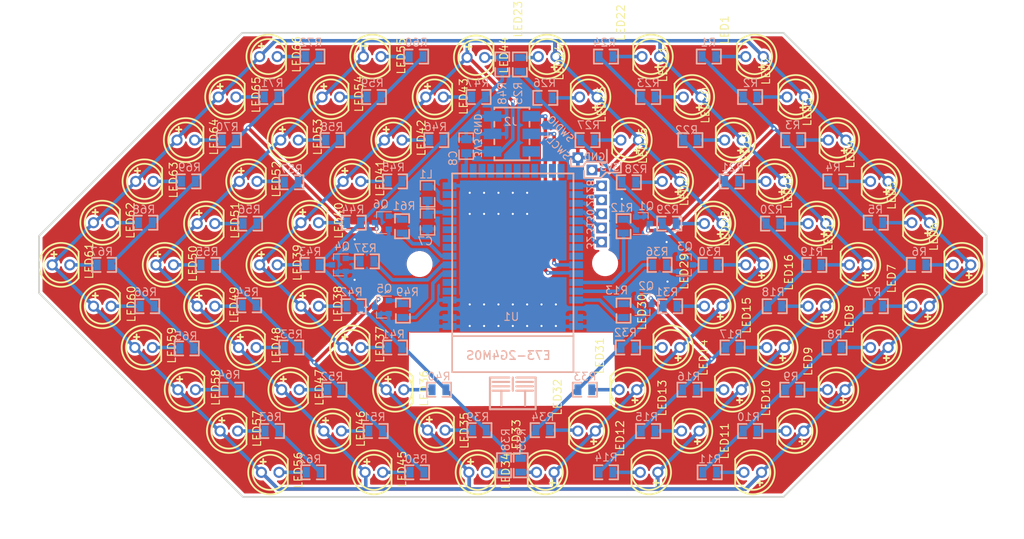
<source format=kicad_pcb>
(kicad_pcb (version 20171130) (host pcbnew 5.1.7-a382d34a8~87~ubuntu20.04.1)
  (layers (0 F.Cu signal) (31 B.Cu signal) (34 B.Paste user) (35 F.Paste user) (36 B.SilkS user) (37 F.SilkS user) (38 B.Mask user) (39 F.Mask user) (44 Edge.Cuts user))
  (net 0 "")
  (net 1 GND)
  (net 2 +3V3)
  (net 3 Q5_3)
  (net 4 Q6_3)
  (net 5 R1_1)
  (net 6 Q2_3)
  (net 7 SWCLK)
  (net 8 SWDIO)
  (net 9 AL1)
  (net 10 N$23433)
  (net 11 N$23427)
  (net 12 N$23430)
  (net 13 N$23439)
  (net 14 N$23436)
  (net 15 R37_2)
  (net 16 Q4_3)
  (net 17 R49_2)
  (net 18 R61_2)
  (net 19 R38_2)
  (net 20 R25_1)
  (net 21 R40_2)
  (net 22 R39_2)
  (net 23 R50_2)
  (net 24 R62_2)
  (net 25 R51_2)
  (net 26 R41_2)
  (net 27 R52_2)
  (net 28 R63_2)
  (net 29 R64_2)
  (net 30 R48_2)
  (net 31 R47_2)
  (net 32 R46_2)
  (net 33 R45_2)
  (net 34 R44_2)
  (net 35 R43_2)
  (net 36 R42_2)
  (net 37 R53_2)
  (net 38 R65_2)
  (net 39 R54_2)
  (net 40 R55_2)
  (net 41 R56_2)
  (net 42 R57_2)
  (net 43 R58_2)
  (net 44 R59_2)
  (net 45 R60_2)
  (net 46 R66_2)
  (net 47 R67_2)
  (net 48 R68_2)
  (net 49 R69_2)
  (net 50 R70_2)
  (net 51 R71_2)
  (net 52 R72_2)
  (net 53 Q3_1)
  (net 54 R13_2)
  (net 55 LED26_2)
  (net 56 LED25_2)
  (net 57 LED24_2)
  (net 58 LED23_2)
  (net 59 LED27_2)
  (net 60 LED28_2)
  (net 61 LED29_2)
  (net 62 LED30_2)
  (net 63 LED31_2)
  (net 64 LED32_2)
  (net 65 LED33_2)
  (net 66 R14_2)
  (net 67 LED11_2)
  (net 68 R15_2)
  (net 69 R24_2)
  (net 70 R23_2)
  (net 71 R22_2)
  (net 72 R21_2)
  (net 73 R20_2)
  (net 74 R19_2)
  (net 75 R18_2)
  (net 76 R17_2)
  (net 77 R16_2)
  (net 78 LED10_2)
  (net 79 LED9_2)
  (net 80 LED8_2)
  (net 81 LED7_2)
  (net 82 LED6_2)
  (net 83 LED5_2)
  (net 84 LED4_2)
  (net 85 LED3_2)
  (net 86 LED2_2)
  (net 87 LED1_2)
  (net 88 AR2)
  (net 89 AR3)
  (net 90 AR1)
  (net 91 AL2)
  (net 92 AL3)
  (net 93 Q1_1)
  (net 94 L1_2)
  (net 95 C7_2)
  (module Package_TO_SOT_SMD:SOT-23 (layer B.Cu) (at 134.239 70.485 180)
    (fp_text reference Q5 (at 0.889 2.667) (layer B.SilkS) (effects (font (size 1.143 1.143) (thickness 0.152)) (justify right mirror)))
    (fp_text value MMBT2222 hide)
    (pad 3 smd rect (at 1 0 180) (size 0.9 0.8) (layers B.Cu B.Paste B.Mask) (net 3 Q5_3))
    (pad 2 smd rect (at -1 -0.95 180) (size 0.9 0.8) (layers B.Cu B.Paste B.Mask) (net 1 GND))
    (pad 1 smd rect (at -1 0.95 180) (size 0.9 0.8) (layers B.Cu B.Paste B.Mask) (net 17 R49_2))
  )
  (module Package_TO_SOT_SMD:SOT-23 (layer B.Cu) (at 128.016 64.389 180)
    (fp_text reference Q4 (at 0.762 2.667) (layer B.SilkS) (effects (font (size 1.143 1.143) (thickness 0.152)) (justify right mirror)))
    (fp_text value MMBT2222 hide)
    (pad 3 smd rect (at 1 0 180) (size 0.9 0.8) (layers B.Cu B.Paste B.Mask) (net 16 Q4_3))
    (pad 2 smd rect (at -1 -0.95 180) (size 0.9 0.8) (layers B.Cu B.Paste B.Mask) (net 1 GND))
    (pad 1 smd rect (at -1 0.95 180) (size 0.9 0.8) (layers B.Cu B.Paste B.Mask) (net 15 R37_2))
  )
  (module Package_TO_SOT_SMD:SOT-23 (layer B.Cu) (at 134.239 58.293 180)
    (fp_text reference Q6 (at 1.397 2.667) (layer B.SilkS) (effects (font (size 1.143 1.143) (thickness 0.152)) (justify right mirror)))
    (fp_text value MMBT2222 hide)
    (pad 3 smd rect (at 1 0 180) (size 0.9 0.8) (layers B.Cu B.Paste B.Mask) (net 4 Q6_3))
    (pad 2 smd rect (at -1 -0.95 180) (size 0.9 0.8) (layers B.Cu B.Paste B.Mask) (net 1 GND))
    (pad 1 smd rect (at -1 0.95 180) (size 0.9 0.8) (layers B.Cu B.Paste B.Mask) (net 18 R61_2))
  )
  (module Package_TO_SOT_SMD:SOT-23 (layer B.Cu) (at 172.212 70.104)
    (fp_text reference Q2 (at -1.016 -2.667) (layer B.SilkS) (effects (font (size 1.143 1.143) (thickness 0.152)) (justify right mirror)))
    (fp_text value MMBT2222 hide)
    (pad 3 smd rect (at 1 0) (size 0.9 0.8) (layers B.Cu B.Paste B.Mask) (net 6 Q2_3))
    (pad 2 smd rect (at -1 -0.95) (size 0.9 0.8) (layers B.Cu B.Paste B.Mask) (net 1 GND))
    (pad 1 smd rect (at -1 0.95) (size 0.9 0.8) (layers B.Cu B.Paste B.Mask) (net 54 R13_2))
  )
  (module Package_TO_SOT_SMD:SOT-23 (layer B.Cu) (at 178.181 64.389)
    (fp_text reference Q3 (at -1.397 -2.667) (layer B.SilkS) (effects (font (size 1.143 1.143) (thickness 0.152)) (justify right mirror)))
    (fp_text value MMBT2222 hide)
    (pad 3 smd rect (at 1 0) (size 0.9 0.8) (layers B.Cu B.Paste B.Mask) (net 20 R25_1))
    (pad 2 smd rect (at -1 -0.95) (size 0.9 0.8) (layers B.Cu B.Paste B.Mask) (net 1 GND))
    (pad 1 smd rect (at -1 0.95) (size 0.9 0.8) (layers B.Cu B.Paste B.Mask) (net 53 Q3_1))
  )
  (module Package_TO_SOT_SMD:SOT-23 (layer B.Cu) (at 171.958 58.42)
    (fp_text reference Q1 (at -0.762 -2.54) (layer B.SilkS) (effects (font (size 1.143 1.143) (thickness 0.152)) (justify right mirror)))
    (fp_text value MMBT2222 hide)
    (pad 3 smd rect (at 1 0) (size 0.9 0.8) (layers B.Cu B.Paste B.Mask) (net 5 R1_1))
    (pad 2 smd rect (at -1 -0.95) (size 0.9 0.8) (layers B.Cu B.Paste B.Mask) (net 1 GND))
    (pad 1 smd rect (at -1 0.95) (size 0.9 0.8) (layers B.Cu B.Paste B.Mask) (net 93 Q1_1))
  )
  (module AutoGenerated:Pad_1.52mm (layer F.Cu) (at 165.989 52.959)
    (fp_text reference "" (at 0 0) (layer F.SilkS) (effects (font (size 1.27 1.27))))
    (fp_text value "" (at 0 0) (layer F.SilkS) (effects (font (size 1.27 1.27))))
    (pad 1 thru_hole rect (at 0 0) (size 1.524 1.524) (drill 0.914) (layers *.Cu *.Paste *.Mask) (net 11 N$23427))
  )
  (module AutoGenerated:Pad_1.52mm (layer F.Cu) (at 165.989 54.991)
    (fp_text reference "" (at 0 0) (layer F.SilkS) (effects (font (size 1.27 1.27))))
    (fp_text value "" (at 0 0) (layer F.SilkS) (effects (font (size 1.27 1.27))))
    (pad 1 thru_hole rect (at 0 0) (size 1.524 1.524) (drill 0.914) (layers *.Cu *.Paste *.Mask) (net 12 N$23430))
  )
  (module AutoGenerated:Pad_1.52mm (layer F.Cu) (at 165.989 57.023)
    (fp_text reference "" (at 0 0) (layer F.SilkS) (effects (font (size 1.27 1.27))))
    (fp_text value "" (at 0 0) (layer F.SilkS) (effects (font (size 1.27 1.27))))
    (pad 1 thru_hole rect (at 0 0) (size 1.524 1.524) (drill 0.914) (layers *.Cu *.Paste *.Mask) (net 10 N$23433))
  )
  (module AutoGenerated:Pad_1.52mm (layer F.Cu) (at 165.989 59.055)
    (fp_text reference "" (at 0 0) (layer F.SilkS) (effects (font (size 1.27 1.27))))
    (fp_text value "" (at 0 0) (layer F.SilkS) (effects (font (size 1.27 1.27))))
    (pad 1 thru_hole rect (at 0 0) (size 1.524 1.524) (drill 0.914) (layers *.Cu *.Paste *.Mask) (net 14 N$23436))
  )
  (module AutoGenerated:Pad_1.52mm (layer F.Cu) (at 165.989 61.087)
    (fp_text reference "" (at 0 0) (layer F.SilkS) (effects (font (size 1.27 1.27))))
    (fp_text value "" (at 0 0) (layer F.SilkS) (effects (font (size 1.27 1.27))))
    (pad 1 thru_hole rect (at 0 0) (size 1.524 1.524) (drill 0.914) (layers *.Cu *.Paste *.Mask) (net 13 N$23439))
  )
  (module AutoGenerated:Pad_1.52mm (layer F.Cu) (at 162.56 48.895)
    (fp_text reference "" (at 0 0) (layer F.SilkS) (effects (font (size 1.27 1.27))))
    (fp_text value "" (at 0 0) (layer F.SilkS) (effects (font (size 1.27 1.27))))
    (pad 2 thru_hole rect (at 0 0) (size 1.524 1.524) (drill 0.914) (layers *.Cu *.Paste *.Mask) (net 1 GND))
  )
  (module AutoGenerated:Pad_1.52mm (layer F.Cu) (at 164.592 50.673)
    (fp_text reference "" (at 0 0) (layer F.SilkS) (effects (font (size 1.27 1.27))))
    (fp_text value "" (at 0 0) (layer F.SilkS) (effects (font (size 1.27 1.27))))
    (pad 3 thru_hole rect (at 0 0) (size 1.524 1.524) (drill 0.914) (layers *.Cu *.Paste *.Mask) (net 2 +3V3))
  )
  (module easyeda:H2X3-SMD-2.54 (layer F.Cu) (at 153.035 45.466 180)
    (fp_text reference J2 (at -0.889 1.778) (layer B.SilkS) (effects (font (size 1.143 1.143) (thickness 0.152)) (justify left mirror)))
    (fp_text value SWD hide)
    (pad 1 smd rect (at 2.794 -2.54 180) (size 2.54 1.524) (layers B.Cu B.Paste B.Mask) (net 2 +3V3))
    (pad 2 smd rect (at 2.794 0 180) (size 2.54 1.524) (layers B.Cu B.Paste B.Mask) (net 1 GND))
    (pad 3 smd rect (at 2.794 2.54 180) (size 2.54 1.524) (layers B.Cu B.Paste B.Mask) (net 1 GND))
    (pad 4 smd rect (at -2.794 2.54) (size 2.54 1.524) (layers B.Cu B.Paste B.Mask) (net 8 SWDIO))
    (pad 5 smd rect (at -2.794 0) (size 2.54 1.524) (layers B.Cu B.Paste B.Mask) (net 7 SWCLK))
    (pad 6 smd rect (at -2.794 -2.54) (size 2.54 1.524) (layers B.Cu B.Paste B.Mask))
  )
  (module easyeda:0805 (layer F.Cu) (at 140.843 55.118 270)
    (fp_text reference L1 (at -3.81 -0.889) (layer B.SilkS) (effects (font (size 1.143 1.143) (thickness 0.152)) (justify left mirror)))
    (fp_text value 10uH hide)
    (pad 1 smd rect (at 0 0 270) (size 1.16 1.47) (layers B.Cu B.Paste B.Mask) (net 95 C7_2))
    (pad 2 smd rect (at -2.032 0 270) (size 1.16 1.47) (layers B.Cu B.Paste B.Mask) (net 94 L1_2))
  )
  (module easyeda:0805 (layer F.Cu) (at 140.843 59.182 270)
    (fp_text reference C7 (at 1.778 -0.889) (layer B.SilkS) (effects (font (size 1.143 1.143) (thickness 0.152)) (justify left mirror)))
    (fp_text value 1u hide)
    (pad 1 smd rect (at 0 0 270) (size 1.16 1.47) (layers B.Cu B.Paste B.Mask) (net 1 GND))
    (pad 2 smd rect (at -2.032 0 270) (size 1.16 1.47) (layers B.Cu B.Paste B.Mask) (net 95 C7_2))
  )
  (module easyeda:0805 (layer F.Cu) (at 146.431 46.228 90)
    (fp_text reference C8 (at -1.524 -1.905 90) (layer B.SilkS) (effects (font (size 1.143 1.143) (thickness 0.152)) (justify left mirror)))
    (fp_text value 10u hide)
    (pad 1 smd rect (at 0 0 90) (size 1.16 1.47) (layers B.Cu B.Paste B.Mask) (net 1 GND))
    (pad 2 smd rect (at -2.032 0 90) (size 1.16 1.47) (layers B.Cu B.Paste B.Mask) (net 2 +3V3))
  )
  (module easyeda:E73-2G4M04S (layer F.Cu) (at 144.399 74.676 180)
    (fp_text reference U1 (at -9.779 2.794 180) (layer B.SilkS) (effects (font (size 1.143 1.143) (thickness 0.152)) (justify left mirror)))
    (fp_text value E73-2G4M0S (at -14.351 -2.794 180) (layer B.SilkS) (effects (font (size 1.219 1.219) (thickness 0.203)) (justify left mirror)))
    (pad 14 smd rect (at 0.381 20.447 180) (size 2 1) (layers B.Cu B.Paste B.Mask))
    (pad 13 smd rect (at 0.381 19.177 180) (size 2 1) (layers B.Cu B.Paste B.Mask) (net 94 L1_2))
    (pad 12 smd rect (at 0.381 17.907 180) (size 2 1) (layers B.Cu B.Paste B.Mask) (net 95 C7_2))
    (pad 11 smd rect (at 0.381 16.637 180) (size 2 1) (layers B.Cu B.Paste B.Mask))
    (pad 10 smd rect (at 0.381 15.367 180) (size 2 1) (layers B.Cu B.Paste B.Mask))
    (pad 9 smd rect (at 0.381 14.097 180) (size 2 1) (layers B.Cu B.Paste B.Mask))
    (pad 8 smd rect (at 0.381 12.827 180) (size 2 1) (layers B.Cu B.Paste B.Mask))
    (pad 7 smd rect (at 0.381 11.557 180) (size 2 1) (layers B.Cu B.Paste B.Mask) (net 89 AR3))
    (pad 6 smd rect (at 0.381 10.287 180) (size 2 1) (layers B.Cu B.Paste B.Mask) (net 90 AR1))
    (pad 5 smd rect (at 0.381 9.017 180) (size 2 1) (layers B.Cu B.Paste B.Mask) (net 88 AR2))
    (pad 4 smd rect (at 0.381 7.747 180) (size 2 1) (layers B.Cu B.Paste B.Mask))
    (pad 3 smd rect (at 0.381 6.477 180) (size 2 1) (layers B.Cu B.Paste B.Mask))
    (pad 2 smd rect (at 0.381 5.207 180) (size 2 1) (layers B.Cu B.Paste B.Mask) (net 1 GND))
    (pad 15 smd rect (at 0.381 21.717 180) (size 2 1) (layers B.Cu B.Paste B.Mask) (net 1 GND))
    (pad 1 smd rect (at 0.381 2.667 180) (size 2 1) (layers B.Cu B.Paste B.Mask) (net 1 GND))
    (pad 0 smd rect (at 0.381 1.397 180) (size 2 1) (layers B.Cu B.Paste B.Mask) (net 1 GND))
    (pad 29 smd rect (at -17.907 20.447 180) (size 2 1) (layers B.Cu B.Paste B.Mask) (net 12 N$23430))
    (pad 30 smd rect (at -17.907 19.177 180) (size 2 1) (layers B.Cu B.Paste B.Mask) (net 10 N$23433))
    (pad 31 smd rect (at -17.907 17.907 180) (size 2 1) (layers B.Cu B.Paste B.Mask) (net 14 N$23436))
    (pad 32 smd rect (at -17.907 16.637 180) (size 2 1) (layers B.Cu B.Paste B.Mask) (net 13 N$23439))
    (pad 33 smd rect (at -17.907 15.367 180) (size 2 1) (layers B.Cu B.Paste B.Mask))
    (pad 34 smd rect (at -17.907 14.097 180) (size 2 1) (layers B.Cu B.Paste B.Mask))
    (pad 35 smd rect (at -17.907 12.827 180) (size 2 1) (layers B.Cu B.Paste B.Mask))
    (pad 36 smd rect (at -17.907 11.557 180) (size 2 1) (layers B.Cu B.Paste B.Mask))
    (pad 37 smd rect (at -17.907 10.287 180) (size 2 1) (layers B.Cu B.Paste B.Mask) (net 7 SWCLK))
    (pad 38 smd rect (at -17.907 9.017 180) (size 2 1) (layers B.Cu B.Paste B.Mask) (net 8 SWDIO))
    (pad 39 smd rect (at -17.907 7.747 180) (size 2 1) (layers B.Cu B.Paste B.Mask) (net 9 AL1))
    (pad 40 smd rect (at -17.907 6.477 180) (size 2 1) (layers B.Cu B.Paste B.Mask) (net 92 AL3))
    (pad 41 smd rect (at -17.907 5.207 180) (size 2 1) (layers B.Cu B.Paste B.Mask) (net 91 AL2))
    (pad 28 smd rect (at -17.907 21.717 180) (size 2 1) (layers B.Cu B.Paste B.Mask) (net 11 N$23427))
    (pad 42 smd rect (at -17.907 2.667 180) (size 2 1) (layers B.Cu B.Paste B.Mask) (net 1 GND))
    (pad 43 smd rect (at -17.907 1.397 180) (size 2 1) (layers B.Cu B.Paste B.Mask) (net 1 GND))
    (pad 16 smd rect (at -1.778 23.874 90) (size 2 1) (layers B.Cu B.Paste B.Mask) (net 2 +3V3))
    (pad 17 smd rect (at -3.035 23.874 90) (size 2 1) (layers B.Cu B.Paste B.Mask))
    (pad 18 smd rect (at -4.305 23.874 90) (size 2 1) (layers B.Cu B.Paste B.Mask))
    (pad 19 smd rect (at -5.575 23.874 90) (size 2 1) (layers B.Cu B.Paste B.Mask))
    (pad 20 smd rect (at -6.845 23.874 90) (size 2 1) (layers B.Cu B.Paste B.Mask))
    (pad 21 smd rect (at -8.115 23.874 90) (size 2 1) (layers B.Cu B.Paste B.Mask))
    (pad 22 smd rect (at -9.385 23.874 90) (size 2 1) (layers B.Cu B.Paste B.Mask))
    (pad 23 smd rect (at -10.655 23.874 90) (size 2 1) (layers B.Cu B.Paste B.Mask))
    (pad 24 smd rect (at -11.925 23.874 90) (size 2 1) (layers B.Cu B.Paste B.Mask))
    (pad 25 smd rect (at -13.195 23.874 90) (size 2 1) (layers B.Cu B.Paste B.Mask))
    (pad 26 smd rect (at -14.465 23.874 90) (size 2 1) (layers B.Cu B.Paste B.Mask))
    (pad 27 smd rect (at -15.735 23.874 90) (size 2 1) (layers B.Cu B.Paste B.Mask))
  )
  (module easyeda:R0805 (layer F.Cu) (at 157.48 88.265 180)
    (fp_text reference R34 (at -1.778 1.905) (layer B.SilkS) (effects (font (size 1.143 1.143) (thickness 0.152)) (justify left mirror)))
    (fp_text value 33 hide)
    (pad 2 smd rect (at -1 0 180) (size 1 1.55) (layers B.Cu B.Paste B.Mask) (net 64 LED32_2))
    (pad 1 smd rect (at 1 0 180) (size 1 1.55) (layers B.Cu B.Paste B.Mask) (net 20 R25_1))
  )
  (module easyeda:R0805 (layer F.Cu) (at 163.576 82.423 180)
    (fp_text reference R33 (at -1.778 1.905) (layer B.SilkS) (effects (font (size 1.143 1.143) (thickness 0.152)) (justify left mirror)))
    (fp_text value 33 hide)
    (pad 2 smd rect (at -1 0 180) (size 1 1.55) (layers B.Cu B.Paste B.Mask) (net 63 LED31_2))
    (pad 1 smd rect (at 1 0 180) (size 1 1.55) (layers B.Cu B.Paste B.Mask) (net 20 R25_1))
  )
  (module easyeda:R0805 (layer F.Cu) (at 169.799 76.327 180)
    (fp_text reference R32 (at -1.397 2.159) (layer B.SilkS) (effects (font (size 1.143 1.143) (thickness 0.152)) (justify left mirror)))
    (fp_text value 33 hide)
    (pad 2 smd rect (at -1 0 180) (size 1 1.55) (layers B.Cu B.Paste B.Mask) (net 62 LED30_2))
    (pad 1 smd rect (at 1 0 180) (size 1 1.55) (layers B.Cu B.Paste B.Mask) (net 20 R25_1))
  )
  (module easyeda:R0805 (layer F.Cu) (at 175.895 70.358 180)
    (fp_text reference R31 (at -1.27 2.032) (layer B.SilkS) (effects (font (size 1.143 1.143) (thickness 0.152)) (justify left mirror)))
    (fp_text value 33 hide)
    (pad 2 smd rect (at -1 0 180) (size 1 1.55) (layers B.Cu B.Paste B.Mask) (net 61 LED29_2))
    (pad 1 smd rect (at 1 0 180) (size 1 1.55) (layers B.Cu B.Paste B.Mask) (net 20 R25_1))
  )
  (module easyeda:R0805 (layer F.Cu) (at 181.737 64.389 180)
    (fp_text reference R30 (at -1.651 1.905) (layer B.SilkS) (effects (font (size 1.143 1.143) (thickness 0.152)) (justify left mirror)))
    (fp_text value 33 hide)
    (pad 2 smd rect (at -1 0 180) (size 1 1.55) (layers B.Cu B.Paste B.Mask) (net 60 LED28_2))
    (pad 1 smd rect (at 1 0 180) (size 1 1.55) (layers B.Cu B.Paste B.Mask) (net 20 R25_1))
  )
  (module easyeda:R0805 (layer F.Cu) (at 175.768 58.42 180)
    (fp_text reference R29 (at -1.524 2.032) (layer B.SilkS) (effects (font (size 1.143 1.143) (thickness 0.152)) (justify left mirror)))
    (fp_text value 33 hide)
    (pad 2 smd rect (at -1 0 180) (size 1 1.55) (layers B.Cu B.Paste B.Mask) (net 59 LED27_2))
    (pad 1 smd rect (at 1 0 180) (size 1 1.55) (layers B.Cu B.Paste B.Mask) (net 20 R25_1))
  )
  (module easyeda:R0805 (layer F.Cu) (at 169.926 52.451 180)
    (fp_text reference R28 (at -2.794 1.905) (layer B.SilkS) (effects (font (size 1.143 1.143) (thickness 0.152)) (justify left mirror)))
    (fp_text value 33 hide)
    (pad 2 smd rect (at -1 0 180) (size 1 1.55) (layers B.Cu B.Paste B.Mask) (net 55 LED26_2))
    (pad 1 smd rect (at 1 0 180) (size 1 1.55) (layers B.Cu B.Paste B.Mask) (net 20 R25_1))
  )
  (module easyeda:R0805 (layer F.Cu) (at 174.371 64.389 180)
    (fp_text reference R36 (at -1.397 1.905) (layer B.SilkS) (effects (font (size 1.143 1.143) (thickness 0.152)) (justify left mirror)))
    (fp_text value 1K hide)
    (pad 2 smd rect (at -1 0 180) (size 1 1.55) (layers B.Cu B.Paste B.Mask) (net 53 Q3_1))
    (pad 1 smd rect (at 1 0 180) (size 1 1.55) (layers B.Cu B.Paste B.Mask) (net 92 AL3))
  )
  (module easyeda:R0805 (layer F.Cu) (at 154.305 93.345 90)
    (fp_text reference R35 (at 5.461 0.127 90) (layer B.SilkS) (effects (font (size 1.143 1.143) (thickness 0.152)) (justify left mirror)))
    (fp_text value 33 hide)
    (pad 2 smd rect (at -1 0 90) (size 1 1.55) (layers B.Cu B.Paste B.Mask) (net 65 LED33_2))
    (pad 1 smd rect (at 1 0 90) (size 1 1.55) (layers B.Cu B.Paste B.Mask) (net 20 R25_1))
  )
  (module easyeda:R0805 (layer F.Cu) (at 163.957 46.355 180)
    (fp_text reference R27 (at -1.905 2.159) (layer B.SilkS) (effects (font (size 1.143 1.143) (thickness 0.152)) (justify left mirror)))
    (fp_text value 33 hide)
    (pad 2 smd rect (at -1 0 180) (size 1 1.55) (layers B.Cu B.Paste B.Mask) (net 56 LED25_2))
    (pad 1 smd rect (at 1 0 180) (size 1 1.55) (layers B.Cu B.Paste B.Mask) (net 20 R25_1))
  )
  (module easyeda:R0805 (layer F.Cu) (at 157.861 40.259 180)
    (fp_text reference R26 (at -1.651 2.159) (layer B.SilkS) (effects (font (size 1.143 1.143) (thickness 0.152)) (justify left mirror)))
    (fp_text value 33 hide)
    (pad 2 smd rect (at -1 0 180) (size 1 1.55) (layers B.Cu B.Paste B.Mask) (net 57 LED24_2))
    (pad 1 smd rect (at 1 0 180) (size 1 1.55) (layers B.Cu B.Paste B.Mask) (net 20 R25_1))
  )
  (module easyeda:R0805 (layer F.Cu) (at 154.178 35.433 270)
    (fp_text reference R25 (at 2.413 0.254 270) (layer B.SilkS) (effects (font (size 1.143 1.143) (thickness 0.152)) (justify left mirror)))
    (fp_text value 33 hide)
    (pad 2 smd rect (at -1 0 270) (size 1 1.55) (layers B.Cu B.Paste B.Mask) (net 58 LED23_2))
    (pad 1 smd rect (at 1 0 270) (size 1 1.55) (layers B.Cu B.Paste B.Mask) (net 20 R25_1))
  )
  (module easyeda:R0805 (layer F.Cu) (at 151.638 35.433 270)
    (fp_text reference R48 (at 2.413 0 270) (layer B.SilkS) (effects (font (size 1.143 1.143) (thickness 0.152)) (justify left mirror)))
    (fp_text value 33 hide)
    (pad 2 smd rect (at -1 0 270) (size 1 1.55) (layers B.Cu B.Paste B.Mask) (net 30 R48_2))
    (pad 1 smd rect (at 1 0 270) (size 1 1.55) (layers B.Cu B.Paste B.Mask) (net 16 Q4_3))
  )
  (module easyeda:R0805 (layer F.Cu) (at 132.08 63.881)
    (fp_text reference R37 (at 1.524 -1.905) (layer B.SilkS) (effects (font (size 1.143 1.143) (thickness 0.152)) (justify left mirror)))
    (fp_text value 1K hide)
    (pad 2 smd rect (at -1 0) (size 1 1.55) (layers B.Cu B.Paste B.Mask) (net 15 R37_2))
    (pad 1 smd rect (at 1 0) (size 1 1.55) (layers B.Cu B.Paste B.Mask) (net 90 AR1))
  )
  (module easyeda:R0805 (layer F.Cu) (at 151.892 93.345 90)
    (fp_text reference R38 (at 5.461 0.254 90) (layer B.SilkS) (effects (font (size 1.143 1.143) (thickness 0.152)) (justify left mirror)))
    (fp_text value 33 hide)
    (pad 2 smd rect (at -1 0 90) (size 1 1.55) (layers B.Cu B.Paste B.Mask) (net 19 R38_2))
    (pad 1 smd rect (at 1 0 90) (size 1 1.55) (layers B.Cu B.Paste B.Mask) (net 16 Q4_3))
  )
  (module easyeda:R0805 (layer F.Cu) (at 148.336 88.265)
    (fp_text reference R39 (at 1.524 -1.905) (layer B.SilkS) (effects (font (size 1.143 1.143) (thickness 0.152)) (justify left mirror)))
    (fp_text value 33 hide)
    (pad 2 smd rect (at -1 0) (size 1 1.55) (layers B.Cu B.Paste B.Mask) (net 22 R39_2))
    (pad 1 smd rect (at 1 0) (size 1 1.55) (layers B.Cu B.Paste B.Mask) (net 16 Q4_3))
  )
  (module easyeda:R0805 (layer F.Cu) (at 142.494 82.423)
    (fp_text reference R40 (at 1.778 -1.905) (layer B.SilkS) (effects (font (size 1.143 1.143) (thickness 0.152)) (justify left mirror)))
    (fp_text value 33 hide)
    (pad 2 smd rect (at -1 0) (size 1 1.55) (layers B.Cu B.Paste B.Mask) (net 21 R40_2))
    (pad 1 smd rect (at 1 0) (size 1 1.55) (layers B.Cu B.Paste B.Mask) (net 16 Q4_3))
  )
  (module easyeda:R0805 (layer F.Cu) (at 136.144 76.327)
    (fp_text reference R41 (at 1.524 -1.905) (layer B.SilkS) (effects (font (size 1.143 1.143) (thickness 0.152)) (justify left mirror)))
    (fp_text value 33 hide)
    (pad 2 smd rect (at -1 0) (size 1 1.55) (layers B.Cu B.Paste B.Mask) (net 26 R41_2))
    (pad 1 smd rect (at 1 0) (size 1 1.55) (layers B.Cu B.Paste B.Mask) (net 16 Q4_3))
  )
  (module easyeda:R0805 (layer F.Cu) (at 130.175 70.358)
    (fp_text reference R42 (at 1.397 -2.032) (layer B.SilkS) (effects (font (size 1.143 1.143) (thickness 0.152)) (justify left mirror)))
    (fp_text value 33 hide)
    (pad 2 smd rect (at -1 0) (size 1 1.55) (layers B.Cu B.Paste B.Mask) (net 36 R42_2))
    (pad 1 smd rect (at 1 0) (size 1 1.55) (layers B.Cu B.Paste B.Mask) (net 16 Q4_3))
  )
  (module easyeda:R0805 (layer F.Cu) (at 124.206 64.389)
    (fp_text reference R43 (at 1.397 -1.905) (layer B.SilkS) (effects (font (size 1.143 1.143) (thickness 0.152)) (justify left mirror)))
    (fp_text value 33 hide)
    (pad 2 smd rect (at -1 0) (size 1 1.55) (layers B.Cu B.Paste B.Mask) (net 35 R43_2))
    (pad 1 smd rect (at 1 0) (size 1 1.55) (layers B.Cu B.Paste B.Mask) (net 16 Q4_3))
  )
  (module easyeda:R0805 (layer F.Cu) (at 130.175 58.293)
    (fp_text reference R44 (at 1.651 -1.905) (layer B.SilkS) (effects (font (size 1.143 1.143) (thickness 0.152)) (justify left mirror)))
    (fp_text value 33 hide)
    (pad 2 smd rect (at -1 0) (size 1 1.55) (layers B.Cu B.Paste B.Mask) (net 34 R44_2))
    (pad 1 smd rect (at 1 0) (size 1 1.55) (layers B.Cu B.Paste B.Mask) (net 16 Q4_3))
  )
  (module easyeda:R0805 (layer F.Cu) (at 136.144 52.324)
    (fp_text reference R45 (at 1.524 -2.032) (layer B.SilkS) (effects (font (size 1.143 1.143) (thickness 0.152)) (justify left mirror)))
    (fp_text value 33 hide)
    (pad 2 smd rect (at -1 0) (size 1 1.55) (layers B.Cu B.Paste B.Mask) (net 33 R45_2))
    (pad 1 smd rect (at 1 0) (size 1 1.55) (layers B.Cu B.Paste B.Mask) (net 16 Q4_3))
  )
  (module easyeda:R0805 (layer F.Cu) (at 142.113 46.355)
    (fp_text reference R46 (at 1.651 -1.905) (layer B.SilkS) (effects (font (size 1.143 1.143) (thickness 0.152)) (justify left mirror)))
    (fp_text value 33 hide)
    (pad 2 smd rect (at -1 0) (size 1 1.55) (layers B.Cu B.Paste B.Mask) (net 32 R46_2))
    (pad 1 smd rect (at 1 0) (size 1 1.55) (layers B.Cu B.Paste B.Mask) (net 16 Q4_3))
  )
  (module easyeda:R0805 (layer F.Cu) (at 148.209 40.132)
    (fp_text reference R47 (at 1.651 -2.032) (layer B.SilkS) (effects (font (size 1.143 1.143) (thickness 0.152)) (justify left mirror)))
    (fp_text value 33 hide)
    (pad 2 smd rect (at -1 0) (size 1 1.55) (layers B.Cu B.Paste B.Mask) (net 31 R47_2))
    (pad 1 smd rect (at 1 0) (size 1 1.55) (layers B.Cu B.Paste B.Mask) (net 16 Q4_3))
  )
  (module easyeda:R0805 (layer F.Cu) (at 137.287 70.993 270)
    (fp_text reference R49 (at -2.667 -2.413) (layer B.SilkS) (effects (font (size 1.143 1.143) (thickness 0.152)) (justify left mirror)))
    (fp_text value 1K hide)
    (pad 2 smd rect (at -1 0 270) (size 1 1.55) (layers B.Cu B.Paste B.Mask) (net 17 R49_2))
    (pad 1 smd rect (at 1 0 270) (size 1 1.55) (layers B.Cu B.Paste B.Mask) (net 88 AR2))
  )
  (module easyeda:R0805 (layer F.Cu) (at 139.319 94.361)
    (fp_text reference R50 (at 1.651 -1.905) (layer B.SilkS) (effects (font (size 1.143 1.143) (thickness 0.152)) (justify left mirror)))
    (fp_text value 33 hide)
    (pad 2 smd rect (at -1 0) (size 1 1.55) (layers B.Cu B.Paste B.Mask) (net 23 R50_2))
    (pad 1 smd rect (at 1 0) (size 1 1.55) (layers B.Cu B.Paste B.Mask) (net 3 Q5_3))
  )
  (module easyeda:R0805 (layer F.Cu) (at 133.35 88.392)
    (fp_text reference R51 (at 1.524 -2.032) (layer B.SilkS) (effects (font (size 1.143 1.143) (thickness 0.152)) (justify left mirror)))
    (fp_text value 33 hide)
    (pad 2 smd rect (at -1 0) (size 1 1.55) (layers B.Cu B.Paste B.Mask) (net 25 R51_2))
    (pad 1 smd rect (at 1 0) (size 1 1.55) (layers B.Cu B.Paste B.Mask) (net 3 Q5_3))
  )
  (module easyeda:R0805 (layer F.Cu) (at 127.381 82.423)
    (fp_text reference R52 (at 1.397 -1.905) (layer B.SilkS) (effects (font (size 1.143 1.143) (thickness 0.152)) (justify left mirror)))
    (fp_text value 33 hide)
    (pad 2 smd rect (at -1 0) (size 1 1.55) (layers B.Cu B.Paste B.Mask) (net 27 R52_2))
    (pad 1 smd rect (at 1 0) (size 1 1.55) (layers B.Cu B.Paste B.Mask) (net 3 Q5_3))
  )
  (module easyeda:R0805 (layer F.Cu) (at 121.158 76.327)
    (fp_text reference R53 (at 1.778 -1.905) (layer B.SilkS) (effects (font (size 1.143 1.143) (thickness 0.152)) (justify left mirror)))
    (fp_text value 33 hide)
    (pad 2 smd rect (at -1 0) (size 1 1.55) (layers B.Cu B.Paste B.Mask) (net 37 R53_2))
    (pad 1 smd rect (at 1 0) (size 1 1.55) (layers B.Cu B.Paste B.Mask) (net 3 Q5_3))
  )
  (module easyeda:R0805 (layer F.Cu) (at 115.062 70.231)
    (fp_text reference R54 (at 1.524 -1.905) (layer B.SilkS) (effects (font (size 1.143 1.143) (thickness 0.152)) (justify left mirror)))
    (fp_text value 33 hide)
    (pad 2 smd rect (at -1 0) (size 1 1.55) (layers B.Cu B.Paste B.Mask) (net 39 R54_2))
    (pad 1 smd rect (at 1 0) (size 1 1.55) (layers B.Cu B.Paste B.Mask) (net 3 Q5_3))
  )
  (module easyeda:R0805 (layer F.Cu) (at 109.093 64.389)
    (fp_text reference R55 (at 1.651 -1.905) (layer B.SilkS) (effects (font (size 1.143 1.143) (thickness 0.152)) (justify left mirror)))
    (fp_text value 33 hide)
    (pad 2 smd rect (at -1 0) (size 1 1.55) (layers B.Cu B.Paste B.Mask) (net 40 R55_2))
    (pad 1 smd rect (at 1 0) (size 1 1.55) (layers B.Cu B.Paste B.Mask) (net 3 Q5_3))
  )
  (module easyeda:R0805 (layer F.Cu) (at 115.189 58.42)
    (fp_text reference R56 (at 1.651 -2.032) (layer B.SilkS) (effects (font (size 1.143 1.143) (thickness 0.152)) (justify left mirror)))
    (fp_text value 33 hide)
    (pad 2 smd rect (at -1 0) (size 1 1.55) (layers B.Cu B.Paste B.Mask) (net 41 R56_2))
    (pad 1 smd rect (at 1 0) (size 1 1.55) (layers B.Cu B.Paste B.Mask) (net 3 Q5_3))
  )
  (module easyeda:R0805 (layer F.Cu) (at 121.158 52.451)
    (fp_text reference R57 (at 1.778 -1.905) (layer B.SilkS) (effects (font (size 1.143 1.143) (thickness 0.152)) (justify left mirror)))
    (fp_text value 33 hide)
    (pad 2 smd rect (at -1 0) (size 1 1.55) (layers B.Cu B.Paste B.Mask) (net 42 R57_2))
    (pad 1 smd rect (at 1 0) (size 1 1.55) (layers B.Cu B.Paste B.Mask) (net 3 Q5_3))
  )
  (module easyeda:R0805 (layer F.Cu) (at 127.127 46.355)
    (fp_text reference R58 (at 1.651 -1.905) (layer B.SilkS) (effects (font (size 1.143 1.143) (thickness 0.152)) (justify left mirror)))
    (fp_text value 33 hide)
    (pad 2 smd rect (at -1 0) (size 1 1.55) (layers B.Cu B.Paste B.Mask) (net 43 R58_2))
    (pad 1 smd rect (at 1 0) (size 1 1.55) (layers B.Cu B.Paste B.Mask) (net 3 Q5_3))
  )
  (module easyeda:R0805 (layer F.Cu) (at 133.096 40.132)
    (fp_text reference R59 (at 1.524 -2.032) (layer B.SilkS) (effects (font (size 1.143 1.143) (thickness 0.152)) (justify left mirror)))
    (fp_text value 33 hide)
    (pad 2 smd rect (at -1 0) (size 1 1.55) (layers B.Cu B.Paste B.Mask) (net 44 R59_2))
    (pad 1 smd rect (at 1 0) (size 1 1.55) (layers B.Cu B.Paste B.Mask) (net 3 Q5_3))
  )
  (module easyeda:R0805 (layer F.Cu) (at 139.192 34.29)
    (fp_text reference R60 (at 1.778 -2.032) (layer B.SilkS) (effects (font (size 1.143 1.143) (thickness 0.152)) (justify left mirror)))
    (fp_text value 33 hide)
    (pad 2 smd rect (at -1 0) (size 1 1.55) (layers B.Cu B.Paste B.Mask) (net 45 R60_2))
    (pad 1 smd rect (at 1 0) (size 1 1.55) (layers B.Cu B.Paste B.Mask) (net 3 Q5_3))
  )
  (module easyeda:R0805 (layer F.Cu) (at 137.16 58.801 270)
    (fp_text reference R61 (at -2.921 -2.032) (layer B.SilkS) (effects (font (size 1.143 1.143) (thickness 0.152)) (justify left mirror)))
    (fp_text value 1K hide)
    (pad 2 smd rect (at -1 0 270) (size 1 1.55) (layers B.Cu B.Paste B.Mask) (net 18 R61_2))
    (pad 1 smd rect (at 1 0 270) (size 1 1.55) (layers B.Cu B.Paste B.Mask) (net 89 AR3))
  )
  (module easyeda:R0805 (layer F.Cu) (at 124.333 94.361)
    (fp_text reference R62 (at 1.27 -1.905) (layer B.SilkS) (effects (font (size 1.143 1.143) (thickness 0.152)) (justify left mirror)))
    (fp_text value 33 hide)
    (pad 2 smd rect (at -1 0) (size 1 1.55) (layers B.Cu B.Paste B.Mask) (net 24 R62_2))
    (pad 1 smd rect (at 1 0) (size 1 1.55) (layers B.Cu B.Paste B.Mask) (net 4 Q6_3))
  )
  (module easyeda:R0805 (layer F.Cu) (at 118.364 88.392)
    (fp_text reference R63 (at 1.524 -2.032) (layer B.SilkS) (effects (font (size 1.143 1.143) (thickness 0.152)) (justify left mirror)))
    (fp_text value 33 hide)
    (pad 2 smd rect (at -1 0) (size 1 1.55) (layers B.Cu B.Paste B.Mask) (net 28 R63_2))
    (pad 1 smd rect (at 1 0) (size 1 1.55) (layers B.Cu B.Paste B.Mask) (net 4 Q6_3))
  )
  (module easyeda:R0805 (layer F.Cu) (at 112.522 82.423)
    (fp_text reference R64 (at 1.397 -2.159) (layer B.SilkS) (effects (font (size 1.143 1.143) (thickness 0.152)) (justify left mirror)))
    (fp_text value 33 hide)
    (pad 2 smd rect (at -1 0) (size 1 1.55) (layers B.Cu B.Paste B.Mask) (net 29 R64_2))
    (pad 1 smd rect (at 1 0) (size 1 1.55) (layers B.Cu B.Paste B.Mask) (net 4 Q6_3))
  )
  (module easyeda:R0805 (layer F.Cu) (at 106.045 76.454)
    (fp_text reference R65 (at 1.651 -1.778) (layer B.SilkS) (effects (font (size 1.143 1.143) (thickness 0.152)) (justify left mirror)))
    (fp_text value 33 hide)
    (pad 2 smd rect (at -1 0) (size 1 1.55) (layers B.Cu B.Paste B.Mask) (net 38 R65_2))
    (pad 1 smd rect (at 1 0) (size 1 1.55) (layers B.Cu B.Paste B.Mask) (net 4 Q6_3))
  )
  (module easyeda:R0805 (layer F.Cu) (at 100.33 70.358)
    (fp_text reference R66 (at 1.524 -2.032) (layer B.SilkS) (effects (font (size 1.143 1.143) (thickness 0.152)) (justify left mirror)))
    (fp_text value 33 hide)
    (pad 2 smd rect (at -1 0) (size 1 1.55) (layers B.Cu B.Paste B.Mask) (net 46 R66_2))
    (pad 1 smd rect (at 1 0) (size 1 1.55) (layers B.Cu B.Paste B.Mask) (net 4 Q6_3))
  )
  (module easyeda:R0805 (layer F.Cu) (at 94.107 64.389)
    (fp_text reference R67 (at 1.397 -1.905) (layer B.SilkS) (effects (font (size 1.143 1.143) (thickness 0.152)) (justify left mirror)))
    (fp_text value 33 hide)
    (pad 2 smd rect (at -1 0) (size 1 1.55) (layers B.Cu B.Paste B.Mask) (net 47 R67_2))
    (pad 1 smd rect (at 1 0) (size 1 1.55) (layers B.Cu B.Paste B.Mask) (net 4 Q6_3))
  )
  (module easyeda:R0805 (layer F.Cu) (at 100.076 58.293)
    (fp_text reference R68 (at 1.524 -1.905) (layer B.SilkS) (effects (font (size 1.143 1.143) (thickness 0.152)) (justify left mirror)))
    (fp_text value 33 hide)
    (pad 2 smd rect (at -1 0) (size 1 1.55) (layers B.Cu B.Paste B.Mask) (net 48 R68_2))
    (pad 1 smd rect (at 1 0) (size 1 1.55) (layers B.Cu B.Paste B.Mask) (net 4 Q6_3))
  )
  (module easyeda:R0805 (layer F.Cu) (at 106.299 52.324)
    (fp_text reference R69 (at 1.905 -2.032) (layer B.SilkS) (effects (font (size 1.143 1.143) (thickness 0.152)) (justify left mirror)))
    (fp_text value 33 hide)
    (pad 2 smd rect (at -1 0) (size 1 1.55) (layers B.Cu B.Paste B.Mask) (net 49 R69_2))
    (pad 1 smd rect (at 1 0) (size 1 1.55) (layers B.Cu B.Paste B.Mask) (net 4 Q6_3))
  )
  (module easyeda:R0805 (layer F.Cu) (at 112.141 46.355)
    (fp_text reference R70 (at 1.524 -1.905) (layer B.SilkS) (effects (font (size 1.143 1.143) (thickness 0.152)) (justify left mirror)))
    (fp_text value 33 hide)
    (pad 2 smd rect (at -1 0) (size 1 1.55) (layers B.Cu B.Paste B.Mask) (net 50 R70_2))
    (pad 1 smd rect (at 1 0) (size 1 1.55) (layers B.Cu B.Paste B.Mask) (net 4 Q6_3))
  )
  (module easyeda:R0805 (layer F.Cu) (at 118.237 40.132)
    (fp_text reference R71 (at 1.905 -2.032) (layer B.SilkS) (effects (font (size 1.143 1.143) (thickness 0.152)) (justify left mirror)))
    (fp_text value 33 hide)
    (pad 2 smd rect (at -1 0) (size 1 1.55) (layers B.Cu B.Paste B.Mask) (net 51 R71_2))
    (pad 1 smd rect (at 1 0) (size 1 1.55) (layers B.Cu B.Paste B.Mask) (net 4 Q6_3))
  )
  (module easyeda:R0805 (layer F.Cu) (at 124.206 34.29)
    (fp_text reference R72 (at 1.524 -2.032) (layer B.SilkS) (effects (font (size 1.143 1.143) (thickness 0.152)) (justify left mirror)))
    (fp_text value 33 hide)
    (pad 2 smd rect (at -1 0) (size 1 1.55) (layers B.Cu B.Paste B.Mask) (net 52 R72_2))
    (pad 1 smd rect (at 1 0) (size 1 1.55) (layers B.Cu B.Paste B.Mask) (net 4 Q6_3))
  )
  (module easyeda:R0805 (layer F.Cu) (at 187.452 40.132 180)
    (fp_text reference R2 (at -1.27 2.032) (layer B.SilkS) (effects (font (size 1.143 1.143) (thickness 0.152)) (justify left mirror)))
    (fp_text value 33 hide)
    (pad 2 smd rect (at -1 0 180) (size 1 1.55) (layers B.Cu B.Paste B.Mask) (net 86 LED2_2))
    (pad 1 smd rect (at 1 0 180) (size 1 1.55) (layers B.Cu B.Paste B.Mask) (net 5 R1_1))
  )
  (module easyeda:R0805 (layer F.Cu) (at 169.164 58.801 270)
    (fp_text reference R12 (at -2.667 -1.524) (layer B.SilkS) (effects (font (size 1.143 1.143) (thickness 0.152)) (justify left mirror)))
    (fp_text value 1K hide)
    (pad 2 smd rect (at -1 0 270) (size 1 1.55) (layers B.Cu B.Paste B.Mask) (net 93 Q1_1))
    (pad 1 smd rect (at 1 0 270) (size 1 1.55) (layers B.Cu B.Paste B.Mask) (net 9 AL1))
  )
  (module easyeda:R0805 (layer F.Cu) (at 181.61 94.361 180)
    (fp_text reference R11 (at -1.778 1.905) (layer B.SilkS) (effects (font (size 1.143 1.143) (thickness 0.152)) (justify left mirror)))
    (fp_text value 33 hide)
    (pad 2 smd rect (at -1 0 180) (size 1 1.55) (layers B.Cu B.Paste B.Mask) (net 67 LED11_2))
    (pad 1 smd rect (at 1 0 180) (size 1 1.55) (layers B.Cu B.Paste B.Mask) (net 5 R1_1))
  )
  (module easyeda:R0805 (layer F.Cu) (at 187.452 88.392 180)
    (fp_text reference R10 (at -1.524 2.032) (layer B.SilkS) (effects (font (size 1.143 1.143) (thickness 0.152)) (justify left mirror)))
    (fp_text value 33 hide)
    (pad 2 smd rect (at -1 0 180) (size 1 1.55) (layers B.Cu B.Paste B.Mask) (net 78 LED10_2))
    (pad 1 smd rect (at 1 0 180) (size 1 1.55) (layers B.Cu B.Paste B.Mask) (net 5 R1_1))
  )
  (module easyeda:R0805 (layer F.Cu) (at 193.548 82.423 180)
    (fp_text reference R9 (at -1.016 1.905) (layer B.SilkS) (effects (font (size 1.143 1.143) (thickness 0.152)) (justify left mirror)))
    (fp_text value 33 hide)
    (pad 2 smd rect (at -1 0 180) (size 1 1.55) (layers B.Cu B.Paste B.Mask) (net 79 LED9_2))
    (pad 1 smd rect (at 1 0 180) (size 1 1.55) (layers B.Cu B.Paste B.Mask) (net 5 R1_1))
  )
  (module easyeda:R0805 (layer F.Cu) (at 199.644 76.327 180)
    (fp_text reference R8 (at -1.27 1.905) (layer B.SilkS) (effects (font (size 1.143 1.143) (thickness 0.152)) (justify left mirror)))
    (fp_text value 33 hide)
    (pad 2 smd rect (at -1 0 180) (size 1 1.55) (layers B.Cu B.Paste B.Mask) (net 80 LED8_2))
    (pad 1 smd rect (at 1 0 180) (size 1 1.55) (layers B.Cu B.Paste B.Mask) (net 5 R1_1))
  )
  (module easyeda:R0805 (layer F.Cu) (at 205.613 70.358 180)
    (fp_text reference R7 (at -0.889 2.032) (layer B.SilkS) (effects (font (size 1.143 1.143) (thickness 0.152)) (justify left mirror)))
    (fp_text value 33 hide)
    (pad 2 smd rect (at -1 0 180) (size 1 1.55) (layers B.Cu B.Paste B.Mask) (net 81 LED7_2))
    (pad 1 smd rect (at 1 0 180) (size 1 1.55) (layers B.Cu B.Paste B.Mask) (net 5 R1_1))
  )
  (module easyeda:R0805 (layer F.Cu) (at 211.836 64.389 180)
    (fp_text reference R6 (at -1.27 1.905) (layer B.SilkS) (effects (font (size 1.143 1.143) (thickness 0.152)) (justify left mirror)))
    (fp_text value 33 hide)
    (pad 2 smd rect (at -1 0 180) (size 1 1.55) (layers B.Cu B.Paste B.Mask) (net 82 LED6_2))
    (pad 1 smd rect (at 1 0 180) (size 1 1.55) (layers B.Cu B.Paste B.Mask) (net 5 R1_1))
  )
  (module easyeda:R0805 (layer F.Cu) (at 205.613 58.293 180)
    (fp_text reference R5 (at -1.143 1.905) (layer B.SilkS) (effects (font (size 1.143 1.143) (thickness 0.152)) (justify left mirror)))
    (fp_text value 33 hide)
    (pad 2 smd rect (at -1 0 180) (size 1 1.55) (layers B.Cu B.Paste B.Mask) (net 83 LED5_2))
    (pad 1 smd rect (at 1 0 180) (size 1 1.55) (layers B.Cu B.Paste B.Mask) (net 5 R1_1))
  )
  (module easyeda:R0805 (layer F.Cu) (at 199.771 52.324 180)
    (fp_text reference R4 (at -0.889 2.032) (layer B.SilkS) (effects (font (size 1.143 1.143) (thickness 0.152)) (justify left mirror)))
    (fp_text value 33 hide)
    (pad 2 smd rect (at -1 0 180) (size 1 1.55) (layers B.Cu B.Paste B.Mask) (net 84 LED4_2))
    (pad 1 smd rect (at 1 0 180) (size 1 1.55) (layers B.Cu B.Paste B.Mask) (net 5 R1_1))
  )
  (module easyeda:R0805 (layer F.Cu) (at 181.483 34.29 180)
    (fp_text reference R1 (at -1.143 2.032) (layer B.SilkS) (effects (font (size 1.143 1.143) (thickness 0.152)) (justify left mirror)))
    (fp_text value 33 hide)
    (pad 2 smd rect (at -1 0 180) (size 1 1.55) (layers B.Cu B.Paste B.Mask) (net 87 LED1_2))
    (pad 1 smd rect (at 1 0 180) (size 1 1.55) (layers B.Cu B.Paste B.Mask) (net 5 R1_1))
  )
  (module easyeda:R0805 (layer F.Cu) (at 193.675 46.355 180)
    (fp_text reference R3 (at -1.143 2.159) (layer B.SilkS) (effects (font (size 1.143 1.143) (thickness 0.152)) (justify left mirror)))
    (fp_text value 33 hide)
    (pad 2 smd rect (at -1 0 180) (size 1 1.55) (layers B.Cu B.Paste B.Mask) (net 85 LED3_2))
    (pad 1 smd rect (at 1 0 180) (size 1 1.55) (layers B.Cu B.Paste B.Mask) (net 5 R1_1))
  )
  (module easyeda:R0805 (layer F.Cu) (at 169.164 70.993 270)
    (fp_text reference R13 (at -2.921 -0.762 180) (layer B.SilkS) (effects (font (size 1.143 1.143) (thickness 0.152)) (justify left mirror)))
    (fp_text value 1K hide)
    (pad 2 smd rect (at -1 0 270) (size 1 1.55) (layers B.Cu B.Paste B.Mask) (net 54 R13_2))
    (pad 1 smd rect (at 1 0 270) (size 1 1.55) (layers B.Cu B.Paste B.Mask) (net 91 AL2))
  )
  (module easyeda:R0805 (layer F.Cu) (at 166.624 94.361 180)
    (fp_text reference R14 (at -1.778 2.159) (layer B.SilkS) (effects (font (size 1.143 1.143) (thickness 0.152)) (justify left mirror)))
    (fp_text value 33 hide)
    (pad 2 smd rect (at -1 0 180) (size 1 1.55) (layers B.Cu B.Paste B.Mask) (net 66 R14_2))
    (pad 1 smd rect (at 1 0 180) (size 1 1.55) (layers B.Cu B.Paste B.Mask) (net 6 Q2_3))
  )
  (module easyeda:R0805 (layer F.Cu) (at 172.72 88.392 180)
    (fp_text reference R15 (at -1.524 2.032) (layer B.SilkS) (effects (font (size 1.143 1.143) (thickness 0.152)) (justify left mirror)))
    (fp_text value 33 hide)
    (pad 2 smd rect (at -1 0 180) (size 1 1.55) (layers B.Cu B.Paste B.Mask) (net 68 R15_2))
    (pad 1 smd rect (at 1 0 180) (size 1 1.55) (layers B.Cu B.Paste B.Mask) (net 6 Q2_3))
  )
  (module easyeda:R0805 (layer F.Cu) (at 178.689 82.423 180)
    (fp_text reference R16 (at -1.651 1.905) (layer B.SilkS) (effects (font (size 1.143 1.143) (thickness 0.152)) (justify left mirror)))
    (fp_text value 33 hide)
    (pad 2 smd rect (at -1 0 180) (size 1 1.55) (layers B.Cu B.Paste B.Mask) (net 77 R16_2))
    (pad 1 smd rect (at 1 0 180) (size 1 1.55) (layers B.Cu B.Paste B.Mask) (net 6 Q2_3))
  )
  (module easyeda:R0805 (layer F.Cu) (at 184.912 76.327 180)
    (fp_text reference R17 (at -1.524 1.905) (layer B.SilkS) (effects (font (size 1.143 1.143) (thickness 0.152)) (justify left mirror)))
    (fp_text value 33 hide)
    (pad 2 smd rect (at -1 0 180) (size 1 1.55) (layers B.Cu B.Paste B.Mask) (net 76 R17_2))
    (pad 1 smd rect (at 1 0 180) (size 1 1.55) (layers B.Cu B.Paste B.Mask) (net 6 Q2_3))
  )
  (module easyeda:R0805 (layer F.Cu) (at 191.008 70.358 180)
    (fp_text reference R18 (at -1.524 2.032) (layer B.SilkS) (effects (font (size 1.143 1.143) (thickness 0.152)) (justify left mirror)))
    (fp_text value 33 hide)
    (pad 2 smd rect (at -1 0 180) (size 1 1.55) (layers B.Cu B.Paste B.Mask) (net 75 R18_2))
    (pad 1 smd rect (at 1 0 180) (size 1 1.55) (layers B.Cu B.Paste B.Mask) (net 6 Q2_3))
  )
  (module easyeda:R0805 (layer F.Cu) (at 196.723 64.389 180)
    (fp_text reference R19 (at -1.397 1.905) (layer B.SilkS) (effects (font (size 1.143 1.143) (thickness 0.152)) (justify left mirror)))
    (fp_text value 33 hide)
    (pad 2 smd rect (at -1 0 180) (size 1 1.55) (layers B.Cu B.Paste B.Mask) (net 74 R19_2))
    (pad 1 smd rect (at 1 0 180) (size 1 1.55) (layers B.Cu B.Paste B.Mask) (net 6 Q2_3))
  )
  (module easyeda:R0805 (layer F.Cu) (at 190.754 58.42 180)
    (fp_text reference R20 (at -1.524 2.032) (layer B.SilkS) (effects (font (size 1.143 1.143) (thickness 0.152)) (justify left mirror)))
    (fp_text value 33 hide)
    (pad 2 smd rect (at -1 0 180) (size 1 1.55) (layers B.Cu B.Paste B.Mask) (net 73 R20_2))
    (pad 1 smd rect (at 1 0 180) (size 1 1.55) (layers B.Cu B.Paste B.Mask) (net 6 Q2_3))
  )
  (module easyeda:R0805 (layer F.Cu) (at 184.785 52.324 180)
    (fp_text reference R21 (at -1.905 2.032) (layer B.SilkS) (effects (font (size 1.143 1.143) (thickness 0.152)) (justify left mirror)))
    (fp_text value 33 hide)
    (pad 2 smd rect (at -1 0 180) (size 1 1.55) (layers B.Cu B.Paste B.Mask) (net 72 R21_2))
    (pad 1 smd rect (at 1 0 180) (size 1 1.55) (layers B.Cu B.Paste B.Mask) (net 6 Q2_3))
  )
  (module easyeda:R0805 (layer F.Cu) (at 178.816 46.355 180)
    (fp_text reference R22 (at -1.217 1.45) (layer B.SilkS) (effects (font (size 1.143 1.143) (thickness 0.152)) (justify left mirror)))
    (fp_text value 33 hide)
    (pad 2 smd rect (at -1 0 180) (size 1 1.55) (layers B.Cu B.Paste B.Mask) (net 71 R22_2))
    (pad 1 smd rect (at 1 0 180) (size 1 1.55) (layers B.Cu B.Paste B.Mask) (net 6 Q2_3))
  )
  (module easyeda:R0805 (layer F.Cu) (at 172.72 40.132 180)
    (fp_text reference R23 (at -1.778 2.032) (layer B.SilkS) (effects (font (size 1.143 1.143) (thickness 0.152)) (justify left mirror)))
    (fp_text value 33 hide)
    (pad 2 smd rect (at -1 0 180) (size 1 1.55) (layers B.Cu B.Paste B.Mask) (net 70 R23_2))
    (pad 1 smd rect (at 1 0 180) (size 1 1.55) (layers B.Cu B.Paste B.Mask) (net 6 Q2_3))
  )
  (module easyeda:R0805 (layer F.Cu) (at 166.624 34.29 180)
    (fp_text reference R24 (at -1.524 2.032) (layer B.SilkS) (effects (font (size 1.143 1.143) (thickness 0.152)) (justify left mirror)))
    (fp_text value 33 hide)
    (pad 2 smd rect (at -1 0 180) (size 1 1.55) (layers B.Cu B.Paste B.Mask) (net 69 R24_2))
    (pad 1 smd rect (at 1 0 180) (size 1 1.55) (layers B.Cu B.Paste B.Mask) (net 6 Q2_3))
  )
  (module easyeda:LED-TH_BD5.0-P2.54-FD (layer F.Cu) (at 176.022 76.327 180)
    (fp_text reference LED30 (at 4.191 2.413 -90) (layer F.SilkS) (effects (font (size 1.143 1.143) (thickness 0.152)) (justify left)))
    (fp_text value HL-503S45FC hide)
    (pad 1 thru_hole circle (at -1.27 0 180) (size 1.6 1.6) (drill 1) (layers *.Cu *.Paste *.Mask) (net 2 +3V3))
    (pad 2 thru_hole circle (at 1.27 0 180) (size 1.6 1.6) (drill 1) (layers *.Cu *.Paste *.Mask) (net 62 LED30_2))
  )
  (module easyeda:LED-TH_BD5.0-P2.54-FD (layer F.Cu) (at 158.115 34.29 180)
    (fp_text reference LED23 (at 4.191 2.667 -90) (layer F.SilkS) (effects (font (size 1.143 1.143) (thickness 0.152)) (justify left)))
    (fp_text value HL-503S45FC hide)
    (pad 1 thru_hole circle (at -1.27 0 180) (size 1.6 1.6) (drill 1) (layers *.Cu *.Paste *.Mask) (net 2 +3V3))
    (pad 2 thru_hole circle (at 1.27 0 180) (size 1.6 1.6) (drill 1) (layers *.Cu *.Paste *.Mask) (net 58 LED23_2))
  )
  (module easyeda:LED-TH_BD5.0-P2.54-FD (layer F.Cu) (at 164.084 40.132 180)
    (fp_text reference LED24 (at 4.191 2.286 -90) (layer F.SilkS) (effects (font (size 1.143 1.143) (thickness 0.152)) (justify left)))
    (fp_text value HL-503S45FC hide)
    (pad 1 thru_hole circle (at -1.27 0 180) (size 1.6 1.6) (drill 1) (layers *.Cu *.Paste *.Mask) (net 2 +3V3))
    (pad 2 thru_hole circle (at 1.27 0 180) (size 1.6 1.6) (drill 1) (layers *.Cu *.Paste *.Mask) (net 57 LED24_2))
  )
  (module easyeda:LED-TH_BD5.0-P2.54-FD (layer F.Cu) (at 170.053 46.355 180)
    (fp_text reference LED25 (at 4.064 2.413 -90) (layer F.SilkS) (effects (font (size 1.143 1.143) (thickness 0.152)) (justify left)))
    (fp_text value HL-503S45FC hide)
    (pad 1 thru_hole circle (at -1.27 0 180) (size 1.6 1.6) (drill 1) (layers *.Cu *.Paste *.Mask) (net 2 +3V3))
    (pad 2 thru_hole circle (at 1.27 0 180) (size 1.6 1.6) (drill 1) (layers *.Cu *.Paste *.Mask) (net 56 LED25_2))
  )
  (module easyeda:LED-TH_BD5.0-P2.54-FD (layer F.Cu) (at 176.022 52.324 180)
    (fp_text reference LED26 (at 4.064 2.413 -90) (layer F.SilkS) (effects (font (size 1.143 1.143) (thickness 0.152)) (justify left)))
    (fp_text value HL-503S45FC hide)
    (pad 1 thru_hole circle (at -1.27 0 180) (size 1.6 1.6) (drill 1) (layers *.Cu *.Paste *.Mask) (net 2 +3V3))
    (pad 2 thru_hole circle (at 1.27 0 180) (size 1.6 1.6) (drill 1) (layers *.Cu *.Paste *.Mask) (net 55 LED26_2))
  )
  (module easyeda:LED-TH_BD5.0-P2.54-FD (layer F.Cu) (at 182.118 58.42 180)
    (fp_text reference LED27 (at 4.191 2.413 -90) (layer F.SilkS) (effects (font (size 1.143 1.143) (thickness 0.152)) (justify left)))
    (fp_text value HL-503S45FC hide)
    (pad 1 thru_hole circle (at -1.27 0 180) (size 1.6 1.6) (drill 1) (layers *.Cu *.Paste *.Mask) (net 2 +3V3))
    (pad 2 thru_hole circle (at 1.27 0 180) (size 1.6 1.6) (drill 1) (layers *.Cu *.Paste *.Mask) (net 59 LED27_2))
  )
  (module easyeda:LED-TH_BD5.0-P2.54-FD (layer F.Cu) (at 188.087 64.389 180)
    (fp_text reference LED28 (at 4.191 2.54 -90) (layer F.SilkS) (effects (font (size 1.143 1.143) (thickness 0.152)) (justify left)))
    (fp_text value HL-503S45FC hide)
    (pad 1 thru_hole circle (at -1.27 0 180) (size 1.6 1.6) (drill 1) (layers *.Cu *.Paste *.Mask) (net 2 +3V3))
    (pad 2 thru_hole circle (at 1.27 0 180) (size 1.6 1.6) (drill 1) (layers *.Cu *.Paste *.Mask) (net 60 LED28_2))
  )
  (module easyeda:LED-TH_BD5.0-P2.54-FD (layer F.Cu) (at 182.118 70.358 180)
    (fp_text reference LED29 (at 4.191 2.286 -90) (layer F.SilkS) (effects (font (size 1.143 1.143) (thickness 0.152)) (justify left)))
    (fp_text value HL-503S45FC hide)
    (pad 1 thru_hole circle (at -1.27 0 180) (size 1.6 1.6) (drill 1) (layers *.Cu *.Paste *.Mask) (net 2 +3V3))
    (pad 2 thru_hole circle (at 1.27 0 180) (size 1.6 1.6) (drill 1) (layers *.Cu *.Paste *.Mask) (net 61 LED29_2))
  )
  (module easyeda:LED-TH_BD5.0-P2.54-FD (layer F.Cu) (at 169.799 82.423 180)
    (fp_text reference LED31 (at 4.064 2.159 -90) (layer F.SilkS) (effects (font (size 1.143 1.143) (thickness 0.152)) (justify left)))
    (fp_text value HL-503S45FC hide)
    (pad 1 thru_hole circle (at -1.27 0 180) (size 1.6 1.6) (drill 1) (layers *.Cu *.Paste *.Mask) (net 2 +3V3))
    (pad 2 thru_hole circle (at 1.27 0 180) (size 1.6 1.6) (drill 1) (layers *.Cu *.Paste *.Mask) (net 63 LED31_2))
  )
  (module easyeda:LED-TH_BD5.0-P2.54-FD (layer F.Cu) (at 163.83 88.392 180)
    (fp_text reference LED32 (at 4.191 2.159 -90) (layer F.SilkS) (effects (font (size 1.143 1.143) (thickness 0.152)) (justify left)))
    (fp_text value HL-503S45FC hide)
    (pad 1 thru_hole circle (at -1.27 0 180) (size 1.6 1.6) (drill 1) (layers *.Cu *.Paste *.Mask) (net 2 +3V3))
    (pad 2 thru_hole circle (at 1.27 0 180) (size 1.6 1.6) (drill 1) (layers *.Cu *.Paste *.Mask) (net 64 LED32_2))
  )
  (module easyeda:LED-TH_BD5.0-P2.54-FD (layer F.Cu) (at 157.861 94.361 180)
    (fp_text reference LED33 (at 4.191 2.286 -90) (layer F.SilkS) (effects (font (size 1.143 1.143) (thickness 0.152)) (justify left)))
    (fp_text value HL-503S45FC hide)
    (pad 1 thru_hole circle (at -1.27 0 180) (size 1.6 1.6) (drill 1) (layers *.Cu *.Paste *.Mask) (net 2 +3V3))
    (pad 2 thru_hole circle (at 1.27 0 180) (size 1.6 1.6) (drill 1) (layers *.Cu *.Paste *.Mask) (net 65 LED33_2))
  )
  (module easyeda:LED-TH_BD5.0-P2.54-FD (layer F.Cu) (at 148.082 94.361)
    (fp_text reference LED34 (at 4.064 2.54 90) (layer F.SilkS) (effects (font (size 1.143 1.143) (thickness 0.152)) (justify left)))
    (fp_text value HL-503S45FC hide)
    (pad 1 thru_hole circle (at -1.27 0) (size 1.6 1.6) (drill 1) (layers *.Cu *.Paste *.Mask) (net 2 +3V3))
    (pad 2 thru_hole circle (at 1.27 0) (size 1.6 1.6) (drill 1) (layers *.Cu *.Paste *.Mask) (net 19 R38_2))
  )
  (module easyeda:LED-TH_BD5.0-P2.54-FD (layer F.Cu) (at 142.113 88.265)
    (fp_text reference LED35 (at 4.064 2.794 90) (layer F.SilkS) (effects (font (size 1.143 1.143) (thickness 0.152)) (justify left)))
    (fp_text value HL-503S45FC hide)
    (pad 1 thru_hole circle (at -1.27 0) (size 1.6 1.6) (drill 1) (layers *.Cu *.Paste *.Mask) (net 2 +3V3))
    (pad 2 thru_hole circle (at 1.27 0) (size 1.6 1.6) (drill 1) (layers *.Cu *.Paste *.Mask) (net 22 R39_2))
  )
  (module easyeda:LED-TH_BD5.0-P2.54-FD (layer F.Cu) (at 136.144 82.423)
    (fp_text reference LED36 (at 4.191 2.54 90) (layer F.SilkS) (effects (font (size 1.143 1.143) (thickness 0.152)) (justify left)))
    (fp_text value HL-503S45FC hide)
    (pad 1 thru_hole circle (at -1.27 0) (size 1.6 1.6) (drill 1) (layers *.Cu *.Paste *.Mask) (net 2 +3V3))
    (pad 2 thru_hole circle (at 1.27 0) (size 1.6 1.6) (drill 1) (layers *.Cu *.Paste *.Mask) (net 21 R40_2))
  )
  (module easyeda:LED-TH_BD5.0-P2.54-FD (layer F.Cu) (at 129.921 76.327)
    (fp_text reference LED37 (at 4.064 2.286 90) (layer F.SilkS) (effects (font (size 1.143 1.143) (thickness 0.152)) (justify left)))
    (fp_text value HL-503S45FC hide)
    (pad 1 thru_hole circle (at -1.27 0) (size 1.6 1.6) (drill 1) (layers *.Cu *.Paste *.Mask) (net 2 +3V3))
    (pad 2 thru_hole circle (at 1.27 0) (size 1.6 1.6) (drill 1) (layers *.Cu *.Paste *.Mask) (net 26 R41_2))
  )
  (module easyeda:LED-TH_BD5.0-P2.54-FD (layer F.Cu) (at 123.825 70.358)
    (fp_text reference LED38 (at 4.064 2.413 90) (layer F.SilkS) (effects (font (size 1.143 1.143) (thickness 0.152)) (justify left)))
    (fp_text value HL-503S45FC hide)
    (pad 1 thru_hole circle (at -1.27 0) (size 1.6 1.6) (drill 1) (layers *.Cu *.Paste *.Mask) (net 2 +3V3))
    (pad 2 thru_hole circle (at 1.27 0) (size 1.6 1.6) (drill 1) (layers *.Cu *.Paste *.Mask) (net 36 R42_2))
  )
  (module easyeda:LED-TH_BD5.0-P2.54-FD (layer F.Cu) (at 117.856 64.389)
    (fp_text reference LED39 (at 4.191 2.413 90) (layer F.SilkS) (effects (font (size 1.143 1.143) (thickness 0.152)) (justify left)))
    (fp_text value HL-503S45FC hide)
    (pad 1 thru_hole circle (at -1.27 0) (size 1.6 1.6) (drill 1) (layers *.Cu *.Paste *.Mask) (net 2 +3V3))
    (pad 2 thru_hole circle (at 1.27 0) (size 1.6 1.6) (drill 1) (layers *.Cu *.Paste *.Mask) (net 35 R43_2))
  )
  (module easyeda:LED-TH_BD5.0-P2.54-FD (layer F.Cu) (at 123.825 58.293)
    (fp_text reference LED40 (at 4.191 2.413 90) (layer F.SilkS) (effects (font (size 1.143 1.143) (thickness 0.152)) (justify left)))
    (fp_text value HL-503S45FC hide)
    (pad 1 thru_hole circle (at -1.27 0) (size 1.6 1.6) (drill 1) (layers *.Cu *.Paste *.Mask) (net 2 +3V3))
    (pad 2 thru_hole circle (at 1.27 0) (size 1.6 1.6) (drill 1) (layers *.Cu *.Paste *.Mask) (net 34 R44_2))
  )
  (module easyeda:LED-TH_BD5.0-P2.54-FD (layer F.Cu) (at 129.921 52.324)
    (fp_text reference LED41 (at 4.064 2.286 90) (layer F.SilkS) (effects (font (size 1.143 1.143) (thickness 0.152)) (justify left)))
    (fp_text value HL-503S45FC hide)
    (pad 1 thru_hole circle (at -1.27 0) (size 1.6 1.6) (drill 1) (layers *.Cu *.Paste *.Mask) (net 2 +3V3))
    (pad 2 thru_hole circle (at 1.27 0) (size 1.6 1.6) (drill 1) (layers *.Cu *.Paste *.Mask) (net 33 R45_2))
  )
  (module easyeda:LED-TH_BD5.0-P2.54-FD (layer F.Cu) (at 135.89 46.355)
    (fp_text reference LED42 (at 4.064 2.413 90) (layer F.SilkS) (effects (font (size 1.143 1.143) (thickness 0.152)) (justify left)))
    (fp_text value HL-503S45FC hide)
    (pad 1 thru_hole circle (at -1.27 0) (size 1.6 1.6) (drill 1) (layers *.Cu *.Paste *.Mask) (net 2 +3V3))
    (pad 2 thru_hole circle (at 1.27 0) (size 1.6 1.6) (drill 1) (layers *.Cu *.Paste *.Mask) (net 32 R46_2))
  )
  (module easyeda:LED-TH_BD5.0-P2.54-FD (layer F.Cu) (at 141.859 40.132)
    (fp_text reference LED43 (at 4.191 2.667 90) (layer F.SilkS) (effects (font (size 1.143 1.143) (thickness 0.152)) (justify left)))
    (fp_text value HL-503S45FC hide)
    (pad 1 thru_hole circle (at -1.27 0) (size 1.6 1.6) (drill 1) (layers *.Cu *.Paste *.Mask) (net 2 +3V3))
    (pad 2 thru_hole circle (at 1.27 0) (size 1.6 1.6) (drill 1) (layers *.Cu *.Paste *.Mask) (net 31 R47_2))
  )
  (module easyeda:LED-TH_BD5.0-P2.54-FD (layer F.Cu) (at 147.828 34.417)
    (fp_text reference LED44 (at 4.064 2.413 90) (layer F.SilkS) (effects (font (size 1.143 1.143) (thickness 0.152)) (justify left)))
    (fp_text value HL-503S45FC hide)
    (pad 1 thru_hole circle (at -1.27 0) (size 1.6 1.6) (drill 1) (layers *.Cu *.Paste *.Mask) (net 2 +3V3))
    (pad 2 thru_hole circle (at 1.27 0) (size 1.6 1.6) (drill 1) (layers *.Cu *.Paste *.Mask) (net 30 R48_2))
  )
  (module easyeda:LED-TH_BD5.0-P2.54-FD (layer F.Cu) (at 133.096 94.361)
    (fp_text reference LED45 (at 4.064 2.286 90) (layer F.SilkS) (effects (font (size 1.143 1.143) (thickness 0.152)) (justify left)))
    (fp_text value HL-503S45FC hide)
    (pad 1 thru_hole circle (at -1.27 0) (size 1.6 1.6) (drill 1) (layers *.Cu *.Paste *.Mask) (net 2 +3V3))
    (pad 2 thru_hole circle (at 1.27 0) (size 1.6 1.6) (drill 1) (layers *.Cu *.Paste *.Mask) (net 23 R50_2))
  )
  (module easyeda:LED-TH_BD5.0-P2.54-FD (layer F.Cu) (at 127.127 88.392)
    (fp_text reference LED46 (at 4.064 2.413 90) (layer F.SilkS) (effects (font (size 1.143 1.143) (thickness 0.152)) (justify left)))
    (fp_text value HL-503S45FC hide)
    (pad 1 thru_hole circle (at -1.27 0) (size 1.6 1.6) (drill 1) (layers *.Cu *.Paste *.Mask) (net 2 +3V3))
    (pad 2 thru_hole circle (at 1.27 0) (size 1.6 1.6) (drill 1) (layers *.Cu *.Paste *.Mask) (net 25 R51_2))
  )
  (module easyeda:LED-TH_BD5.0-P2.54-FD (layer F.Cu) (at 121.031 82.423)
    (fp_text reference LED47 (at 4.191 2.413 90) (layer F.SilkS) (effects (font (size 1.143 1.143) (thickness 0.152)) (justify left)))
    (fp_text value HL-503S45FC hide)
    (pad 1 thru_hole circle (at -1.27 0) (size 1.6 1.6) (drill 1) (layers *.Cu *.Paste *.Mask) (net 2 +3V3))
    (pad 2 thru_hole circle (at 1.27 0) (size 1.6 1.6) (drill 1) (layers *.Cu *.Paste *.Mask) (net 27 R52_2))
  )
  (module easyeda:LED-TH_BD5.0-P2.54-FD (layer F.Cu) (at 114.808 76.327)
    (fp_text reference LED48 (at 4.191 2.413 90) (layer F.SilkS) (effects (font (size 1.143 1.143) (thickness 0.152)) (justify left)))
    (fp_text value HL-503S45FC hide)
    (pad 1 thru_hole circle (at -1.27 0) (size 1.6 1.6) (drill 1) (layers *.Cu *.Paste *.Mask) (net 2 +3V3))
    (pad 2 thru_hole circle (at 1.27 0) (size 1.6 1.6) (drill 1) (layers *.Cu *.Paste *.Mask) (net 37 R53_2))
  )
  (module easyeda:LED-TH_BD5.0-P2.54-FD (layer F.Cu) (at 108.839 70.358)
    (fp_text reference LED49 (at 4.064 2.54 90) (layer F.SilkS) (effects (font (size 1.143 1.143) (thickness 0.152)) (justify left)))
    (fp_text value HL-503S45FC hide)
    (pad 1 thru_hole circle (at -1.27 0) (size 1.6 1.6) (drill 1) (layers *.Cu *.Paste *.Mask) (net 2 +3V3))
    (pad 2 thru_hole circle (at 1.27 0) (size 1.6 1.6) (drill 1) (layers *.Cu *.Paste *.Mask) (net 39 R54_2))
  )
  (module easyeda:LED-TH_BD5.0-P2.54-FD (layer F.Cu) (at 102.87 64.389)
    (fp_text reference LED50 (at 4.064 2.54 90) (layer F.SilkS) (effects (font (size 1.143 1.143) (thickness 0.152)) (justify left)))
    (fp_text value HL-503S45FC hide)
    (pad 1 thru_hole circle (at -1.27 0) (size 1.6 1.6) (drill 1) (layers *.Cu *.Paste *.Mask) (net 2 +3V3))
    (pad 2 thru_hole circle (at 1.27 0) (size 1.6 1.6) (drill 1) (layers *.Cu *.Paste *.Mask) (net 40 R55_2))
  )
  (module easyeda:LED-TH_BD5.0-P2.54-FD (layer F.Cu) (at 108.839 58.42)
    (fp_text reference LED51 (at 4.191 2.286 90) (layer F.SilkS) (effects (font (size 1.143 1.143) (thickness 0.152)) (justify left)))
    (fp_text value HL-503S45FC hide)
    (pad 1 thru_hole circle (at -1.27 0) (size 1.6 1.6) (drill 1) (layers *.Cu *.Paste *.Mask) (net 2 +3V3))
    (pad 2 thru_hole circle (at 1.27 0) (size 1.6 1.6) (drill 1) (layers *.Cu *.Paste *.Mask) (net 41 R56_2))
  )
  (module easyeda:LED-TH_BD5.0-P2.54-FD (layer F.Cu) (at 114.935 52.324)
    (fp_text reference LED52 (at 4.064 2.413 90) (layer F.SilkS) (effects (font (size 1.143 1.143) (thickness 0.152)) (justify left)))
    (fp_text value HL-503S45FC hide)
    (pad 1 thru_hole circle (at -1.27 0) (size 1.6 1.6) (drill 1) (layers *.Cu *.Paste *.Mask) (net 2 +3V3))
    (pad 2 thru_hole circle (at 1.27 0) (size 1.6 1.6) (drill 1) (layers *.Cu *.Paste *.Mask) (net 42 R57_2))
  )
  (module easyeda:LED-TH_BD5.0-P2.54-FD (layer F.Cu) (at 120.904 46.355)
    (fp_text reference LED53 (at 4.064 2.286 90) (layer F.SilkS) (effects (font (size 1.143 1.143) (thickness 0.152)) (justify left)))
    (fp_text value HL-503S45FC hide)
    (pad 1 thru_hole circle (at -1.27 0) (size 1.6 1.6) (drill 1) (layers *.Cu *.Paste *.Mask) (net 2 +3V3))
    (pad 2 thru_hole circle (at 1.27 0) (size 1.6 1.6) (drill 1) (layers *.Cu *.Paste *.Mask) (net 43 R58_2))
  )
  (module easyeda:LED-TH_BD5.0-P2.54-FD (layer F.Cu) (at 126.873 40.132)
    (fp_text reference LED54 (at 4.064 2.286 90) (layer F.SilkS) (effects (font (size 1.143 1.143) (thickness 0.152)) (justify left)))
    (fp_text value HL-503S45FC hide)
    (pad 1 thru_hole circle (at -1.27 0) (size 1.6 1.6) (drill 1) (layers *.Cu *.Paste *.Mask) (net 2 +3V3))
    (pad 2 thru_hole circle (at 1.27 0) (size 1.6 1.6) (drill 1) (layers *.Cu *.Paste *.Mask) (net 44 R59_2))
  )
  (module easyeda:LED-TH_BD5.0-P2.54-FD (layer F.Cu) (at 132.842 34.29)
    (fp_text reference LED55 (at 4.191 2.667 90) (layer F.SilkS) (effects (font (size 1.143 1.143) (thickness 0.152)) (justify left)))
    (fp_text value HL-503S45FC hide)
    (pad 1 thru_hole circle (at -1.27 0) (size 1.6 1.6) (drill 1) (layers *.Cu *.Paste *.Mask) (net 2 +3V3))
    (pad 2 thru_hole circle (at 1.27 0) (size 1.6 1.6) (drill 1) (layers *.Cu *.Paste *.Mask) (net 45 R60_2))
  )
  (module easyeda:LED-TH_BD5.0-P2.54-FD (layer F.Cu) (at 118.11 94.361)
    (fp_text reference LED56 (at 4.064 2.413 90) (layer F.SilkS) (effects (font (size 1.143 1.143) (thickness 0.152)) (justify left)))
    (fp_text value HL-503S45FC hide)
    (pad 1 thru_hole circle (at -1.27 0) (size 1.6 1.6) (drill 1) (layers *.Cu *.Paste *.Mask) (net 2 +3V3))
    (pad 2 thru_hole circle (at 1.27 0) (size 1.6 1.6) (drill 1) (layers *.Cu *.Paste *.Mask) (net 24 R62_2))
  )
  (module easyeda:LED-TH_BD5.0-P2.54-FD (layer F.Cu) (at 112.141 88.392)
    (fp_text reference LED57 (at 4.064 2.413 90) (layer F.SilkS) (effects (font (size 1.143 1.143) (thickness 0.152)) (justify left)))
    (fp_text value HL-503S45FC hide)
    (pad 1 thru_hole circle (at -1.27 0) (size 1.6 1.6) (drill 1) (layers *.Cu *.Paste *.Mask) (net 2 +3V3))
    (pad 2 thru_hole circle (at 1.27 0) (size 1.6 1.6) (drill 1) (layers *.Cu *.Paste *.Mask) (net 28 R63_2))
  )
  (module easyeda:LED-TH_BD5.0-P2.54-FD (layer F.Cu) (at 106.045 82.423)
    (fp_text reference LED58 (at 4.191 2.413 90) (layer F.SilkS) (effects (font (size 1.143 1.143) (thickness 0.152)) (justify left)))
    (fp_text value HL-503S45FC hide)
    (pad 1 thru_hole circle (at -1.27 0) (size 1.6 1.6) (drill 1) (layers *.Cu *.Paste *.Mask) (net 2 +3V3))
    (pad 2 thru_hole circle (at 1.27 0) (size 1.6 1.6) (drill 1) (layers *.Cu *.Paste *.Mask) (net 29 R64_2))
  )
  (module easyeda:LED-TH_BD5.0-P2.54-FD (layer F.Cu) (at 99.822 76.327)
    (fp_text reference LED59 (at 4.064 2.413 90) (layer F.SilkS) (effects (font (size 1.143 1.143) (thickness 0.152)) (justify left)))
    (fp_text value HL-503S45FC hide)
    (pad 1 thru_hole circle (at -1.27 0) (size 1.6 1.6) (drill 1) (layers *.Cu *.Paste *.Mask) (net 2 +3V3))
    (pad 2 thru_hole circle (at 1.27 0) (size 1.6 1.6) (drill 1) (layers *.Cu *.Paste *.Mask) (net 38 R65_2))
  )
  (module easyeda:LED-TH_BD5.0-P2.54-FD (layer F.Cu) (at 93.853 70.358)
    (fp_text reference LED60 (at 4.191 2.413 90) (layer F.SilkS) (effects (font (size 1.143 1.143) (thickness 0.152)) (justify left)))
    (fp_text value HL-503S45FC hide)
    (pad 1 thru_hole circle (at -1.27 0) (size 1.6 1.6) (drill 1) (layers *.Cu *.Paste *.Mask) (net 2 +3V3))
    (pad 2 thru_hole circle (at 1.27 0) (size 1.6 1.6) (drill 1) (layers *.Cu *.Paste *.Mask) (net 46 R66_2))
  )
  (module easyeda:LED-TH_BD5.0-P2.54-FD (layer F.Cu) (at 87.884 64.389)
    (fp_text reference LED61 (at 4.064 2.159 90) (layer F.SilkS) (effects (font (size 1.143 1.143) (thickness 0.152)) (justify left)))
    (fp_text value HL-503S45FC hide)
    (pad 1 thru_hole circle (at -1.27 0) (size 1.6 1.6) (drill 1) (layers *.Cu *.Paste *.Mask) (net 2 +3V3))
    (pad 2 thru_hole circle (at 1.27 0) (size 1.6 1.6) (drill 1) (layers *.Cu *.Paste *.Mask) (net 47 R67_2))
  )
  (module easyeda:LED-TH_BD5.0-P2.54-FD (layer F.Cu) (at 93.853 58.293)
    (fp_text reference LED62 (at 4.064 2.413 90) (layer F.SilkS) (effects (font (size 1.143 1.143) (thickness 0.152)) (justify left)))
    (fp_text value HL-503S45FC hide)
    (pad 1 thru_hole circle (at -1.27 0) (size 1.6 1.6) (drill 1) (layers *.Cu *.Paste *.Mask) (net 2 +3V3))
    (pad 2 thru_hole circle (at 1.27 0) (size 1.6 1.6) (drill 1) (layers *.Cu *.Paste *.Mask) (net 48 R68_2))
  )
  (module easyeda:LED-TH_BD5.0-P2.54-FD (layer F.Cu) (at 99.949 52.324)
    (fp_text reference LED63 (at 4.191 2.54 90) (layer F.SilkS) (effects (font (size 1.143 1.143) (thickness 0.152)) (justify left)))
    (fp_text value HL-503S45FC hide)
    (pad 1 thru_hole circle (at -1.27 0) (size 1.6 1.6) (drill 1) (layers *.Cu *.Paste *.Mask) (net 2 +3V3))
    (pad 2 thru_hole circle (at 1.27 0) (size 1.6 1.6) (drill 1) (layers *.Cu *.Paste *.Mask) (net 49 R69_2))
  )
  (module easyeda:LED-TH_BD5.0-P2.54-FD (layer F.Cu) (at 105.918 46.355)
    (fp_text reference LED64 (at 4.064 2.286 90) (layer F.SilkS) (effects (font (size 1.143 1.143) (thickness 0.152)) (justify left)))
    (fp_text value HL-503S45FC hide)
    (pad 1 thru_hole circle (at -1.27 0) (size 1.6 1.6) (drill 1) (layers *.Cu *.Paste *.Mask) (net 2 +3V3))
    (pad 2 thru_hole circle (at 1.27 0) (size 1.6 1.6) (drill 1) (layers *.Cu *.Paste *.Mask) (net 50 R70_2))
  )
  (module easyeda:LED-TH_BD5.0-P2.54-FD (layer F.Cu) (at 111.887 40.132)
    (fp_text reference LED65 (at 4.191 2.413 90) (layer F.SilkS) (effects (font (size 1.143 1.143) (thickness 0.152)) (justify left)))
    (fp_text value HL-503S45FC hide)
    (pad 1 thru_hole circle (at -1.27 0) (size 1.6 1.6) (drill 1) (layers *.Cu *.Paste *.Mask) (net 2 +3V3))
    (pad 2 thru_hole circle (at 1.27 0) (size 1.6 1.6) (drill 1) (layers *.Cu *.Paste *.Mask) (net 51 R71_2))
  )
  (module easyeda:LED-TH_BD5.0-P2.54-FD (layer F.Cu) (at 117.856 34.29)
    (fp_text reference LED66 (at 4.064 2.413 90) (layer F.SilkS) (effects (font (size 1.143 1.143) (thickness 0.152)) (justify left)))
    (fp_text value HL-503S45FC hide)
    (pad 1 thru_hole circle (at -1.27 0) (size 1.6 1.6) (drill 1) (layers *.Cu *.Paste *.Mask) (net 2 +3V3))
    (pad 2 thru_hole circle (at 1.27 0) (size 1.6 1.6) (drill 1) (layers *.Cu *.Paste *.Mask) (net 52 R72_2))
  )
  (module easyeda:LED-TH_BD5.0-P2.54-FD (layer F.Cu) (at 212.09 70.358 180)
    (fp_text reference LED7 (at 4.191 1.778 -90) (layer F.SilkS) (effects (font (size 1.143 1.143) (thickness 0.152)) (justify left)))
    (fp_text value HL-503S45FC hide)
    (pad 1 thru_hole circle (at -1.27 0 180) (size 1.6 1.6) (drill 1) (layers *.Cu *.Paste *.Mask) (net 2 +3V3))
    (pad 2 thru_hole circle (at 1.27 0 180) (size 1.6 1.6) (drill 1) (layers *.Cu *.Paste *.Mask) (net 81 LED7_2))
  )
  (module easyeda:LED-TH_BD5.0-P2.54-FD (layer F.Cu) (at 194.056 40.132 180)
    (fp_text reference LED2 (at 4.318 1.651 -90) (layer F.SilkS) (effects (font (size 1.143 1.143) (thickness 0.152)) (justify left)))
    (fp_text value HL-503S45FC hide)
    (pad 1 thru_hole circle (at -1.27 0 180) (size 1.6 1.6) (drill 1) (layers *.Cu *.Paste *.Mask) (net 2 +3V3))
    (pad 2 thru_hole circle (at 1.27 0 180) (size 1.6 1.6) (drill 1) (layers *.Cu *.Paste *.Mask) (net 86 LED2_2))
  )
  (module easyeda:LED-TH_BD5.0-P2.54-FD (layer F.Cu) (at 193.929 88.392 180)
    (fp_text reference LED10 (at 4.191 2.032 -90) (layer F.SilkS) (effects (font (size 1.143 1.143) (thickness 0.152)) (justify left)))
    (fp_text value HL-503S45FC hide)
    (pad 1 thru_hole circle (at -1.27 0 180) (size 1.6 1.6) (drill 1) (layers *.Cu *.Paste *.Mask) (net 2 +3V3))
    (pad 2 thru_hole circle (at 1.27 0 180) (size 1.6 1.6) (drill 1) (layers *.Cu *.Paste *.Mask) (net 78 LED10_2))
  )
  (module easyeda:LED-TH_BD5.0-P2.54-FD (layer F.Cu) (at 199.898 82.423 180)
    (fp_text reference LED9 (at 4.064 1.905 -90) (layer F.SilkS) (effects (font (size 1.143 1.143) (thickness 0.152)) (justify left)))
    (fp_text value HL-503S45FC hide)
    (pad 1 thru_hole circle (at -1.27 0 180) (size 1.6 1.6) (drill 1) (layers *.Cu *.Paste *.Mask) (net 2 +3V3))
    (pad 2 thru_hole circle (at 1.27 0 180) (size 1.6 1.6) (drill 1) (layers *.Cu *.Paste *.Mask) (net 79 LED9_2))
  )
  (module easyeda:LED-TH_BD5.0-P2.54-FD (layer F.Cu) (at 206.121 76.327 180)
    (fp_text reference LED8 (at 4.318 1.905 -90) (layer F.SilkS) (effects (font (size 1.143 1.143) (thickness 0.152)) (justify left)))
    (fp_text value HL-503S45FC hide)
    (pad 1 thru_hole circle (at -1.27 0 180) (size 1.6 1.6) (drill 1) (layers *.Cu *.Paste *.Mask) (net 2 +3V3))
    (pad 2 thru_hole circle (at 1.27 0 180) (size 1.6 1.6) (drill 1) (layers *.Cu *.Paste *.Mask) (net 80 LED8_2))
  )
  (module easyeda:LED-TH_BD5.0-P2.54-FD (layer F.Cu) (at 187.833 94.361 180)
    (fp_text reference LED11 (at 4.064 1.778 -90) (layer F.SilkS) (effects (font (size 1.143 1.143) (thickness 0.152)) (justify left)))
    (fp_text value HL-503S45FC hide)
    (pad 1 thru_hole circle (at -1.27 0 180) (size 1.6 1.6) (drill 1) (layers *.Cu *.Paste *.Mask) (net 2 +3V3))
    (pad 2 thru_hole circle (at 1.27 0 180) (size 1.6 1.6) (drill 1) (layers *.Cu *.Paste *.Mask) (net 67 LED11_2))
  )
  (module easyeda:LED-TH_BD5.0-P2.54-FD (layer F.Cu) (at 218.059 64.389 180)
    (fp_text reference LED6 (at 4.064 1.905 -90) (layer F.SilkS) (effects (font (size 1.143 1.143) (thickness 0.152)) (justify left)))
    (fp_text value HL-503S45FC hide)
    (pad 1 thru_hole circle (at -1.27 0 180) (size 1.6 1.6) (drill 1) (layers *.Cu *.Paste *.Mask) (net 2 +3V3))
    (pad 2 thru_hole circle (at 1.27 0 180) (size 1.6 1.6) (drill 1) (layers *.Cu *.Paste *.Mask) (net 82 LED6_2))
  )
  (module easyeda:LED-TH_BD5.0-P2.54-FD (layer F.Cu) (at 212.09 58.293 180)
    (fp_text reference LED5 (at 4.191 1.778 -90) (layer F.SilkS) (effects (font (size 1.143 1.143) (thickness 0.152)) (justify left)))
    (fp_text value HL-503S45FC hide)
    (pad 1 thru_hole circle (at -1.27 0 180) (size 1.6 1.6) (drill 1) (layers *.Cu *.Paste *.Mask) (net 2 +3V3))
    (pad 2 thru_hole circle (at 1.27 0 180) (size 1.6 1.6) (drill 1) (layers *.Cu *.Paste *.Mask) (net 83 LED5_2))
  )
  (module easyeda:LED-TH_BD5.0-P2.54-FD (layer F.Cu) (at 206.121 52.324 180)
    (fp_text reference LED4 (at 4.191 1.778 -90) (layer F.SilkS) (effects (font (size 1.143 1.143) (thickness 0.152)) (justify left)))
    (fp_text value HL-503S45FC hide)
    (pad 1 thru_hole circle (at -1.27 0 180) (size 1.6 1.6) (drill 1) (layers *.Cu *.Paste *.Mask) (net 2 +3V3))
    (pad 2 thru_hole circle (at 1.27 0 180) (size 1.6 1.6) (drill 1) (layers *.Cu *.Paste *.Mask) (net 84 LED4_2))
  )
  (module easyeda:LED-TH_BD5.0-P2.54-FD (layer F.Cu) (at 200.025 46.355 180)
    (fp_text reference LED3 (at 4.318 1.905 -90) (layer F.SilkS) (effects (font (size 1.143 1.143) (thickness 0.152)) (justify left)))
    (fp_text value HL-503S45FC hide)
    (pad 1 thru_hole circle (at -1.27 0 180) (size 1.6 1.6) (drill 1) (layers *.Cu *.Paste *.Mask) (net 2 +3V3))
    (pad 2 thru_hole circle (at 1.27 0 180) (size 1.6 1.6) (drill 1) (layers *.Cu *.Paste *.Mask) (net 85 LED3_2))
  )
  (module easyeda:LED-TH_BD5.0-P2.54-FD (layer F.Cu) (at 188.087 34.29 180)
    (fp_text reference LED1 (at 4.318 1.651 -90) (layer F.SilkS) (effects (font (size 1.143 1.143) (thickness 0.152)) (justify left)))
    (fp_text value HL-503S45FC hide)
    (pad 1 thru_hole circle (at -1.27 0 180) (size 1.6 1.6) (drill 1) (layers *.Cu *.Paste *.Mask) (net 2 +3V3))
    (pad 2 thru_hole circle (at 1.27 0 180) (size 1.6 1.6) (drill 1) (layers *.Cu *.Paste *.Mask) (net 87 LED1_2))
  )
  (module easyeda:LED-TH_BD5.0-P2.54-FD (layer F.Cu) (at 172.847 94.361 180)
    (fp_text reference LED12 (at 4.191 2.159 -90) (layer F.SilkS) (effects (font (size 1.143 1.143) (thickness 0.152)) (justify left)))
    (fp_text value HL-503S45FC hide)
    (pad 1 thru_hole circle (at -1.27 0 180) (size 1.6 1.6) (drill 1) (layers *.Cu *.Paste *.Mask) (net 2 +3V3))
    (pad 2 thru_hole circle (at 1.27 0 180) (size 1.6 1.6) (drill 1) (layers *.Cu *.Paste *.Mask) (net 66 R14_2))
  )
  (module easyeda:LED-TH_BD5.0-P2.54-FD (layer F.Cu) (at 178.816 88.392 180)
    (fp_text reference LED13 (at 4.064 2.032 -90) (layer F.SilkS) (effects (font (size 1.143 1.143) (thickness 0.152)) (justify left)))
    (fp_text value HL-503S45FC hide)
    (pad 1 thru_hole circle (at -1.27 0 180) (size 1.6 1.6) (drill 1) (layers *.Cu *.Paste *.Mask) (net 2 +3V3))
    (pad 2 thru_hole circle (at 1.27 0 180) (size 1.6 1.6) (drill 1) (layers *.Cu *.Paste *.Mask) (net 68 R15_2))
  )
  (module easyeda:LED-TH_BD5.0-P2.54-FD (layer F.Cu) (at 184.912 82.423 180)
    (fp_text reference LED14 (at 4.191 1.905 -90) (layer F.SilkS) (effects (font (size 1.143 1.143) (thickness 0.152)) (justify left)))
    (fp_text value HL-503S45FC hide)
    (pad 1 thru_hole circle (at -1.27 0 180) (size 1.6 1.6) (drill 1) (layers *.Cu *.Paste *.Mask) (net 2 +3V3))
    (pad 2 thru_hole circle (at 1.27 0 180) (size 1.6 1.6) (drill 1) (layers *.Cu *.Paste *.Mask) (net 77 R16_2))
  )
  (module easyeda:LED-TH_BD5.0-P2.54-FD (layer F.Cu) (at 191.135 76.327 180)
    (fp_text reference LED15 (at 4.191 1.905 -90) (layer F.SilkS) (effects (font (size 1.143 1.143) (thickness 0.152)) (justify left)))
    (fp_text value HL-503S45FC hide)
    (pad 1 thru_hole circle (at -1.27 0 180) (size 1.6 1.6) (drill 1) (layers *.Cu *.Paste *.Mask) (net 2 +3V3))
    (pad 2 thru_hole circle (at 1.27 0 180) (size 1.6 1.6) (drill 1) (layers *.Cu *.Paste *.Mask) (net 76 R17_2))
  )
  (module easyeda:LED-TH_BD5.0-P2.54-FD (layer F.Cu) (at 197.104 70.358 180)
    (fp_text reference LED16 (at 4.064 2.159 -90) (layer F.SilkS) (effects (font (size 1.143 1.143) (thickness 0.152)) (justify left)))
    (fp_text value HL-503S45FC hide)
    (pad 1 thru_hole circle (at -1.27 0 180) (size 1.6 1.6) (drill 1) (layers *.Cu *.Paste *.Mask) (net 2 +3V3))
    (pad 2 thru_hole circle (at 1.27 0 180) (size 1.6 1.6) (drill 1) (layers *.Cu *.Paste *.Mask) (net 75 R18_2))
  )
  (module easyeda:LED-TH_BD5.0-P2.54-FD (layer F.Cu) (at 203.073 64.389 180)
    (fp_text reference LED17 (at 4.318 1.905 -90) (layer F.SilkS) (effects (font (size 1.143 1.143) (thickness 0.152)) (justify left)))
    (fp_text value HL-503S45FC hide)
    (pad 1 thru_hole circle (at -1.27 0 180) (size 1.6 1.6) (drill 1) (layers *.Cu *.Paste *.Mask) (net 2 +3V3))
    (pad 2 thru_hole circle (at 1.27 0 180) (size 1.6 1.6) (drill 1) (layers *.Cu *.Paste *.Mask) (net 74 R19_2))
  )
  (module easyeda:LED-TH_BD5.0-P2.54-FD (layer F.Cu) (at 197.104 58.42 180)
    (fp_text reference LED18 (at 4.191 2.032 -90) (layer F.SilkS) (effects (font (size 1.143 1.143) (thickness 0.152)) (justify left)))
    (fp_text value HL-503S45FC hide)
    (pad 1 thru_hole circle (at -1.27 0 180) (size 1.6 1.6) (drill 1) (layers *.Cu *.Paste *.Mask) (net 2 +3V3))
    (pad 2 thru_hole circle (at 1.27 0 180) (size 1.6 1.6) (drill 1) (layers *.Cu *.Paste *.Mask) (net 73 R20_2))
  )
  (module easyeda:LED-TH_BD5.0-P2.54-FD (layer F.Cu) (at 191.008 52.324 180)
    (fp_text reference LED19 (at 4.191 1.905 -90) (layer F.SilkS) (effects (font (size 1.143 1.143) (thickness 0.152)) (justify left)))
    (fp_text value HL-503S45FC hide)
    (pad 1 thru_hole circle (at -1.27 0 180) (size 1.6 1.6) (drill 1) (layers *.Cu *.Paste *.Mask) (net 2 +3V3))
    (pad 2 thru_hole circle (at 1.27 0 180) (size 1.6 1.6) (drill 1) (layers *.Cu *.Paste *.Mask) (net 72 R21_2))
  )
  (module easyeda:LED-TH_BD5.0-P2.54-FD (layer F.Cu) (at 185.039 46.355 180)
    (fp_text reference LED20 (at 4.064 2.286 -90) (layer F.SilkS) (effects (font (size 1.143 1.143) (thickness 0.152)) (justify left)))
    (fp_text value HL-503S45FC hide)
    (pad 1 thru_hole circle (at -1.27 0 180) (size 1.6 1.6) (drill 1) (layers *.Cu *.Paste *.Mask) (net 2 +3V3))
    (pad 2 thru_hole circle (at 1.27 0 180) (size 1.6 1.6) (drill 1) (layers *.Cu *.Paste *.Mask) (net 71 R22_2))
  )
  (module easyeda:LED-TH_BD5.0-P2.54-FD (layer F.Cu) (at 179.07 40.132 180)
    (fp_text reference LED21 (at 4.191 2.032 -90) (layer F.SilkS) (effects (font (size 1.143 1.143) (thickness 0.152)) (justify left)))
    (fp_text value HL-503S45FC hide)
    (pad 1 thru_hole circle (at -1.27 0 180) (size 1.6 1.6) (drill 1) (layers *.Cu *.Paste *.Mask) (net 2 +3V3))
    (pad 2 thru_hole circle (at 1.27 0 180) (size 1.6 1.6) (drill 1) (layers *.Cu *.Paste *.Mask) (net 70 R23_2))
  )
  (module easyeda:LED-TH_BD5.0-P2.54-FD (layer F.Cu) (at 173.101 34.29 180)
    (fp_text reference LED22 (at 4.318 2.159 -90) (layer F.SilkS) (effects (font (size 1.143 1.143) (thickness 0.152)) (justify left)))
    (fp_text value HL-503S45FC hide)
    (pad 1 thru_hole circle (at -1.27 0 180) (size 1.6 1.6) (drill 1) (layers *.Cu *.Paste *.Mask) (net 2 +3V3))
    (pad 2 thru_hole circle (at 1.27 0 180) (size 1.6 1.6) (drill 1) (layers *.Cu *.Paste *.Mask) (net 69 R24_2))
  )
  (module easyeda:ggeac4e8891367b2b2c (layer F.Cu) (at 153.162 81.534)
    (fp_text reference LG hide)
    (fp_text value my_logo hide)
  )
  (module AutoGenerated:MountingHole_3.00mm (layer F.Cu) (at 139.7 64.262)
    (fp_text reference "" (at 0 0) (layer F.SilkS) (effects (font (size 1.27 1.27))))
    (fp_text value "" (at 0 0) (layer F.SilkS) (effects (font (size 1.27 1.27))))
    (pad "" np_thru_hole circle (at 0 0) (size 3 3) (drill 3) (layers *.Cu *.Mask))
  )
  (module AutoGenerated:MountingHole_3.00mm (layer F.Cu) (at 166.497 64.135)
    (fp_text reference "" (at 0 0) (layer F.SilkS) (effects (font (size 1.27 1.27))))
    (fp_text value "" (at 0 0) (layer F.SilkS) (effects (font (size 1.27 1.27))))
    (pad "" np_thru_hole circle (at 0 0) (size 3 3) (drill 3) (layers *.Cu *.Mask))
  )
  (gr_line (start 114.046 30.861) (end 192.278 30.861) (layer Edge.Cuts) (width 0.254))
  (gr_line (start 192.278 97.917) (end 114.173 97.917) (layer Edge.Cuts) (width 0.254))
  (gr_line (start 114.173 97.917) (end 84.709 68.453) (layer Edge.Cuts) (width 0.254))
  (gr_line (start 84.709 68.453) (end 84.709 60.198) (layer Edge.Cuts) (width 0.254))
  (gr_line (start 84.709 60.198) (end 114.046 30.861) (layer Edge.Cuts) (width 0.254))
  (gr_line (start 192.278 30.861) (end 221.615 60.198) (layer Edge.Cuts) (width 0.254))
  (gr_line (start 221.615 60.198) (end 221.615 68.58) (layer Edge.Cuts) (width 0.254))
  (gr_line (start 221.615 68.58) (end 192.278 97.917) (layer Edge.Cuts) (width 0.254))
  (gr_line (start 166.751 47.752) (end 166.751 49.53) (layer B.SilkS) (width 0.254))
  (gr_line (start 166.751 49.53) (end 163.703 49.53) (layer B.SilkS) (width 0.254))
  (gr_line (start 163.449 50.8) (end 163.449 51.816) (layer B.SilkS) (width 0.254))
  (gr_line (start 163.449 51.816) (end 165.862 51.816) (layer B.SilkS) (width 0.254))
  (gr_line (start 165.862 51.816) (end 166.624 51.054) (layer B.SilkS) (width 0.254))
  (gr_line (start 166.624 51.054) (end 168.783 51.054) (layer B.SilkS) (width 0.254))
  (gr_line (start 168.783 51.054) (end 168.783 49.657) (layer B.SilkS) (width 0.254))
  (gr_line (start 163.703 49.53) (end 163.317 50.165) (layer B.SilkS) (width 0.254))
  (gr_line (start 163.317 50.165) (end 161.544 50.165) (layer B.SilkS) (width 0.254))
  (gr_line (start 161.544 50.165) (end 161.544 49.022) (layer B.SilkS) (width 0.254))
  (gr_text GND (at 148.082 45.72 -90) (layer B.SilkS) (effects (font (size 1.016 1.016) (thickness 0.152)) (justify left mirror)))
  (gr_text 3V3 (at 148.082 49.022 -90) (layer B.SilkS) (effects (font (size 1.016 1.016) (thickness 0.152)) (justify left mirror)))
  (gr_text SWCLK (at 161.29 49.022 -45) (layer B.SilkS) (effects (font (size 1.016 1.016) (thickness 0.152)) (justify left mirror)))
  (gr_text SWDIO (at 161.798 46.482 -45) (layer B.SilkS) (effects (font (size 1.016 1.016) (thickness 0.152)) (justify left mirror)))
  (gr_text 28 (at 164.338 54.102 -90) (layer B.SilkS) (effects (font (size 1.016 1.016) (thickness 0.152)) (justify left mirror)))
  (gr_text 29 (at 164.338 56.134 -90) (layer B.SilkS) (effects (font (size 1.016 1.016) (thickness 0.152)) (justify left mirror)))
  (gr_text 30 (at 164.338 58.351 -90) (layer B.SilkS) (effects (font (size 1.016 1.016) (thickness 0.152)) (justify left mirror)))
  (gr_text 31 (at 164.338 60.083 -90) (layer B.SilkS) (effects (font (size 1.016 1.016) (thickness 0.152)) (justify left mirror)))
  (gr_text 32 (at 164.338 62.23 -90) (layer B.SilkS) (effects (font (size 1.016 1.016) (thickness 0.152)) (justify left mirror)))
  (gr_text GND (at 166.624 48.768) (layer B.SilkS) (effects (font (size 1.016 1.016) (thickness 0.152)) (justify left mirror)))
  (gr_text 3V3 (at 168.656 50.292) (layer B.SilkS) (effects (font (size 1.016 1.016) (thickness 0.152)) (justify left mirror)))
  (via (at 175.514 66.802) (size 0.61) (drill 0.305) (layers F.Cu B.Cu) (net 1))
  (via (at 175.387 61.087) (size 0.61) (drill 0.305) (layers F.Cu B.Cu) (net 1))
  (via (at 130.302 60.706) (size 0.61) (drill 0.305) (layers F.Cu B.Cu) (net 1))
  (via (at 146.939 73.215) (size 0.61) (drill 0.305) (layers F.Cu B.Cu) (net 1))
  (via (at 149.013 73.215) (size 0.61) (drill 0.305) (layers F.Cu B.Cu) (net 1))
  (via (at 151.088 73.215) (size 0.61) (drill 0.305) (layers F.Cu B.Cu) (net 1))
  (via (at 153.162 73.215) (size 0.61) (drill 0.305) (layers F.Cu B.Cu) (net 1))
  (via (at 155.236 73.215) (size 0.61) (drill 0.305) (layers F.Cu B.Cu) (net 1))
  (via (at 157.311 73.215) (size 0.61) (drill 0.305) (layers F.Cu B.Cu) (net 1))
  (via (at 159.385 73.215) (size 0.61) (drill 0.305) (layers F.Cu B.Cu) (net 1))
  (via (at 159.385 70.104) (size 0.61) (drill 0.305) (layers F.Cu B.Cu) (net 1))
  (via (at 157.311 70.104) (size 0.61) (drill 0.305) (layers F.Cu B.Cu) (net 1))
  (via (at 155.236 70.104) (size 0.61) (drill 0.305) (layers F.Cu B.Cu) (net 1))
  (via (at 153.162 70.104) (size 0.61) (drill 0.305) (layers F.Cu B.Cu) (net 1))
  (via (at 151.088 70.104) (size 0.61) (drill 0.305) (layers F.Cu B.Cu) (net 1))
  (via (at 149.013 70.104) (size 0.61) (drill 0.305) (layers F.Cu B.Cu) (net 1))
  (via (at 146.939 70.104) (size 0.61) (drill 0.305) (layers F.Cu B.Cu) (net 1))
  (via (at 155.236 53.975) (size 0.61) (drill 0.305) (layers F.Cu B.Cu) (net 1))
  (via (at 153.162 53.975) (size 0.61) (drill 0.305) (layers F.Cu B.Cu) (net 1))
  (via (at 151.088 53.975) (size 0.61) (drill 0.305) (layers F.Cu B.Cu) (net 1))
  (via (at 149.013 53.975) (size 0.61) (drill 0.305) (layers F.Cu B.Cu) (net 1))
  (via (at 146.939 53.975) (size 0.61) (drill 0.305) (layers F.Cu B.Cu) (net 1))
  (via (at 155.236 57.023) (size 0.61) (drill 0.305) (layers F.Cu B.Cu) (net 1))
  (via (at 153.162 57.023) (size 0.61) (drill 0.305) (layers F.Cu B.Cu) (net 1))
  (via (at 151.088 57.023) (size 0.61) (drill 0.305) (layers F.Cu B.Cu) (net 1))
  (via (at 149.013 57.023) (size 0.61) (drill 0.305) (layers F.Cu B.Cu) (net 1))
  (via (at 146.939 57.023) (size 0.61) (drill 0.305) (layers F.Cu B.Cu) (net 1))
  (via (at 168.91 54.864) (size 0.61) (drill 0.305) (layers F.Cu B.Cu) (net 1))
  (via (at 130.302 66.548) (size 0.61) (drill 0.305) (layers F.Cu B.Cu) (net 1))
  (segment (start 164.592 50.673) (end 167.005 50.673) (width 0.508) (layer F.Cu) (net 2))
  (segment (start 167.005 50.673) (end 171.323 46.355) (width 0.508) (layer F.Cu) (net 2))
  (segment (start 174.117 94.361) (end 174.125 96.774) (width 0.508) (layer F.Cu) (net 2))
  (segment (start 159.131 94.361) (end 159.141 96.774) (width 0.508) (layer F.Cu) (net 2))
  (segment (start 146.812 94.361) (end 146.874 94.423) (width 0.508) (layer F.Cu) (net 2))
  (segment (start 146.874 94.423) (end 146.874 96.774) (width 0.508) (layer F.Cu) (net 2))
  (segment (start 189.103 94.488) (end 186.817 96.774) (width 0.508) (layer F.Cu) (net 2))
  (segment (start 186.817 96.774) (end 119.253 96.774) (width 0.508) (layer F.Cu) (net 2))
  (segment (start 119.253 96.774) (end 116.84 94.361) (width 0.508) (layer F.Cu) (net 2))
  (segment (start 131.826 94.361) (end 131.913 94.448) (width 0.508) (layer F.Cu) (net 2))
  (segment (start 131.913 94.448) (end 131.913 96.647) (width 0.508) (layer F.Cu) (net 2))
  (segment (start 189.357 34.29) (end 187.071 32.004) (width 0.508) (layer F.Cu) (net 2))
  (segment (start 187.071 32.004) (end 118.872 32.004) (width 0.508) (layer F.Cu) (net 2))
  (segment (start 118.872 32.004) (end 116.586 34.29) (width 0.508) (layer F.Cu) (net 2))
  (segment (start 159.385 34.29) (end 159.309 34.214) (width 0.508) (layer F.Cu) (net 2))
  (segment (start 159.309 34.214) (end 159.309 32.004) (width 0.508) (layer F.Cu) (net 2))
  (segment (start 174.371 34.29) (end 174.455 34.206) (width 0.508) (layer F.Cu) (net 2))
  (segment (start 174.455 34.206) (end 174.455 32.004) (width 0.508) (layer F.Cu) (net 2))
  (segment (start 146.558 34.417) (end 146.609 34.366) (width 0.508) (layer F.Cu) (net 2))
  (segment (start 146.609 34.366) (end 146.609 32.004) (width 0.508) (layer F.Cu) (net 2))
  (segment (start 131.572 34.29) (end 131.604 34.258) (width 0.508) (layer F.Cu) (net 2))
  (segment (start 131.604 34.258) (end 131.604 32.004) (width 0.508) (layer F.Cu) (net 2))
  (segment (start 153.162 40.767) (end 146.812 34.417) (width 0.508) (layer F.Cu) (net 2))
  (segment (start 146.812 34.417) (end 146.558 34.417) (width 0.508) (layer F.Cu) (net 2))
  (segment (start 150.241 48.006) (end 151.384 48.006) (width 0.508) (layer B.Cu) (net 2))
  (segment (start 151.384 48.006) (end 153.162 46.228) (width 0.508) (layer B.Cu) (net 2))
  (segment (start 153.162 46.228) (end 153.162 40.767) (width 0.508) (layer B.Cu) (net 2))
  (segment (start 131.826 94.361) (end 131.922 94.457) (width 0.508) (layer B.Cu) (net 2))
  (segment (start 131.922 94.457) (end 131.922 96.774) (width 0.508) (layer B.Cu) (net 2))
  (segment (start 146.812 94.361) (end 146.851 94.4) (width 0.508) (layer B.Cu) (net 2))
  (segment (start 146.851 94.4) (end 146.851 96.774) (width 0.508) (layer B.Cu) (net 2))
  (segment (start 159.131 94.361) (end 159.179 94.409) (width 0.508) (layer B.Cu) (net 2))
  (segment (start 159.179 94.409) (end 159.179 96.774) (width 0.508) (layer B.Cu) (net 2))
  (segment (start 174.117 94.361) (end 174.046 94.432) (width 0.508) (layer B.Cu) (net 2))
  (segment (start 174.046 94.432) (end 174.046 96.774) (width 0.508) (layer B.Cu) (net 2))
  (segment (start 189.103 94.488) (end 186.817 96.774) (width 0.508) (layer B.Cu) (net 2))
  (segment (start 186.817 96.774) (end 119.253 96.774) (width 0.508) (layer B.Cu) (net 2))
  (segment (start 119.253 96.774) (end 116.84 94.361) (width 0.508) (layer B.Cu) (net 2))
  (segment (start 131.572 34.29) (end 131.595 32.004) (width 0.508) (layer B.Cu) (net 2))
  (segment (start 146.558 34.417) (end 146.597 34.378) (width 0.508) (layer B.Cu) (net 2))
  (segment (start 146.597 34.378) (end 146.597 32.004) (width 0.508) (layer B.Cu) (net 2))
  (segment (start 159.385 34.29) (end 159.229 34.134) (width 0.508) (layer B.Cu) (net 2))
  (segment (start 159.229 34.134) (end 159.229 32.004) (width 0.508) (layer B.Cu) (net 2))
  (segment (start 174.371 34.29) (end 174.435 34.226) (width 0.508) (layer B.Cu) (net 2))
  (segment (start 174.435 34.226) (end 174.435 32.004) (width 0.508) (layer B.Cu) (net 2))
  (segment (start 189.357 34.29) (end 187.071 32.004) (width 0.508) (layer B.Cu) (net 2))
  (segment (start 187.071 32.004) (end 118.872 32.004) (width 0.508) (layer B.Cu) (net 2))
  (segment (start 118.872 32.004) (end 116.586 34.29) (width 0.508) (layer B.Cu) (net 2))
  (segment (start 131.826 94.361) (end 125.857 88.392) (width 0.508) (layer B.Cu) (net 2))
  (segment (start 140.843 88.265) (end 146.812 94.234) (width 0.508) (layer B.Cu) (net 2))
  (segment (start 146.812 94.234) (end 146.812 94.361) (width 0.508) (layer B.Cu) (net 2))
  (segment (start 134.874 82.423) (end 140.716 88.265) (width 0.508) (layer B.Cu) (net 2))
  (segment (start 140.716 88.265) (end 140.843 88.265) (width 0.508) (layer B.Cu) (net 2))
  (segment (start 128.651 76.327) (end 134.747 82.423) (width 0.508) (layer B.Cu) (net 2))
  (segment (start 134.747 82.423) (end 134.874 82.423) (width 0.508) (layer B.Cu) (net 2))
  (segment (start 116.84 94.361) (end 110.871 88.392) (width 0.508) (layer B.Cu) (net 2))
  (segment (start 125.857 88.392) (end 119.888 82.423) (width 0.508) (layer B.Cu) (net 2))
  (segment (start 119.888 82.423) (end 119.761 82.423) (width 0.508) (layer B.Cu) (net 2))
  (segment (start 113.538 76.327) (end 119.634 82.423) (width 0.508) (layer B.Cu) (net 2))
  (segment (start 119.634 82.423) (end 119.761 82.423) (width 0.508) (layer B.Cu) (net 2))
  (segment (start 104.775 82.423) (end 110.744 88.392) (width 0.508) (layer B.Cu) (net 2))
  (segment (start 110.744 88.392) (end 110.871 88.392) (width 0.508) (layer B.Cu) (net 2))
  (segment (start 98.552 76.327) (end 104.648 82.423) (width 0.508) (layer B.Cu) (net 2))
  (segment (start 104.648 82.423) (end 104.775 82.423) (width 0.508) (layer B.Cu) (net 2))
  (segment (start 122.555 70.358) (end 128.524 76.327) (width 0.508) (layer B.Cu) (net 2))
  (segment (start 128.524 76.327) (end 128.651 76.327) (width 0.508) (layer B.Cu) (net 2))
  (segment (start 116.586 64.389) (end 122.555 70.358) (width 0.508) (layer B.Cu) (net 2))
  (segment (start 122.555 58.293) (end 116.586 64.262) (width 0.508) (layer B.Cu) (net 2))
  (segment (start 116.586 64.262) (end 116.586 64.389) (width 0.508) (layer B.Cu) (net 2))
  (segment (start 128.651 52.324) (end 122.682 58.293) (width 0.508) (layer B.Cu) (net 2))
  (segment (start 122.682 58.293) (end 122.555 58.293) (width 0.508) (layer B.Cu) (net 2))
  (segment (start 134.788 46.187) (end 128.651 52.324) (width 0.508) (layer B.Cu) (net 2))
  (segment (start 141.038 39.937) (end 134.62 46.355) (width 0.508) (layer B.Cu) (net 2))
  (segment (start 146.558 34.417) (end 140.843 40.132) (width 0.508) (layer B.Cu) (net 2))
  (segment (start 140.843 40.132) (end 140.589 40.132) (width 0.508) (layer B.Cu) (net 2))
  (segment (start 107.569 70.358) (end 113.538 76.327) (width 0.508) (layer B.Cu) (net 2))
  (segment (start 101.6 64.389) (end 107.569 70.358) (width 0.508) (layer B.Cu) (net 2))
  (segment (start 107.569 58.42) (end 101.6 64.389) (width 0.508) (layer B.Cu) (net 2))
  (segment (start 113.665 52.197) (end 107.569 58.293) (width 0.508) (layer B.Cu) (net 2))
  (segment (start 107.569 58.293) (end 107.569 58.42) (width 0.508) (layer B.Cu) (net 2))
  (segment (start 119.678 46.184) (end 113.665 52.197) (width 0.508) (layer B.Cu) (net 2))
  (segment (start 113.665 52.197) (end 113.665 52.324) (width 0.508) (layer B.Cu) (net 2))
  (segment (start 125.928 39.934) (end 119.634 46.228) (width 0.508) (layer B.Cu) (net 2))
  (segment (start 119.634 46.228) (end 119.634 46.355) (width 0.508) (layer B.Cu) (net 2))
  (segment (start 131.572 34.29) (end 125.73 40.132) (width 0.508) (layer B.Cu) (net 2))
  (segment (start 125.73 40.132) (end 125.603 40.132) (width 0.508) (layer B.Cu) (net 2))
  (segment (start 92.583 70.358) (end 98.552 76.327) (width 0.508) (layer B.Cu) (net 2))
  (segment (start 86.614 64.389) (end 92.583 70.358) (width 0.508) (layer B.Cu) (net 2))
  (segment (start 92.583 58.293) (end 86.614 64.262) (width 0.508) (layer B.Cu) (net 2))
  (segment (start 86.614 64.262) (end 86.614 64.389) (width 0.508) (layer B.Cu) (net 2))
  (segment (start 98.679 52.324) (end 92.71 58.293) (width 0.508) (layer B.Cu) (net 2))
  (segment (start 92.71 58.293) (end 92.583 58.293) (width 0.508) (layer B.Cu) (net 2))
  (segment (start 104.648 46.355) (end 98.679 52.324) (width 0.508) (layer B.Cu) (net 2))
  (segment (start 110.617 40.132) (end 104.648 46.101) (width 0.508) (layer B.Cu) (net 2))
  (segment (start 104.648 46.101) (end 104.648 46.355) (width 0.508) (layer B.Cu) (net 2))
  (segment (start 116.586 34.29) (end 110.744 40.132) (width 0.508) (layer B.Cu) (net 2))
  (segment (start 110.744 40.132) (end 110.617 40.132) (width 0.508) (layer B.Cu) (net 2))
  (segment (start 165.354 40.132) (end 165.227 40.132) (width 0.508) (layer B.Cu) (net 2))
  (segment (start 165.227 40.132) (end 159.385 34.29) (width 0.508) (layer B.Cu) (net 2))
  (segment (start 171.323 46.355) (end 171.323 46.101) (width 0.508) (layer B.Cu) (net 2))
  (segment (start 171.323 46.101) (end 165.354 40.132) (width 0.508) (layer B.Cu) (net 2))
  (segment (start 177.292 52.324) (end 171.323 46.355) (width 0.508) (layer B.Cu) (net 2))
  (segment (start 183.388 58.42) (end 177.292 52.324) (width 0.508) (layer B.Cu) (net 2))
  (segment (start 189.357 64.389) (end 183.388 58.42) (width 0.508) (layer B.Cu) (net 2))
  (segment (start 183.388 70.358) (end 189.357 64.389) (width 0.508) (layer B.Cu) (net 2))
  (segment (start 177.292 76.327) (end 177.419 76.327) (width 0.508) (layer B.Cu) (net 2))
  (segment (start 177.419 76.327) (end 183.388 70.358) (width 0.508) (layer B.Cu) (net 2))
  (segment (start 171.069 82.423) (end 171.196 82.423) (width 0.508) (layer B.Cu) (net 2))
  (segment (start 171.196 82.423) (end 177.292 76.327) (width 0.508) (layer B.Cu) (net 2))
  (segment (start 165.1 88.392) (end 171.069 82.423) (width 0.508) (layer B.Cu) (net 2))
  (segment (start 159.131 94.361) (end 165.1 88.392) (width 0.508) (layer B.Cu) (net 2))
  (segment (start 180.4 88.078) (end 174.117 94.361) (width 0.508) (layer B.Cu) (net 2))
  (segment (start 186.182 82.423) (end 186.055 82.423) (width 0.508) (layer B.Cu) (net 2))
  (segment (start 186.055 82.423) (end 180.086 88.392) (width 0.508) (layer B.Cu) (net 2))
  (segment (start 192.405 76.327) (end 192.278 76.327) (width 0.508) (layer B.Cu) (net 2))
  (segment (start 192.278 76.327) (end 186.182 82.423) (width 0.508) (layer B.Cu) (net 2))
  (segment (start 198.683 70.049) (end 192.405 76.327) (width 0.508) (layer B.Cu) (net 2))
  (segment (start 204.343 64.389) (end 198.374 70.358) (width 0.508) (layer B.Cu) (net 2))
  (segment (start 198.374 58.42) (end 204.343 64.389) (width 0.508) (layer B.Cu) (net 2))
  (segment (start 192.278 52.324) (end 198.374 58.42) (width 0.508) (layer B.Cu) (net 2))
  (segment (start 186.309 46.355) (end 192.278 52.324) (width 0.508) (layer B.Cu) (net 2))
  (segment (start 180.34 40.132) (end 180.34 40.386) (width 0.508) (layer B.Cu) (net 2))
  (segment (start 180.34 40.386) (end 186.309 46.355) (width 0.508) (layer B.Cu) (net 2))
  (segment (start 174.371 34.29) (end 174.498 34.29) (width 0.508) (layer B.Cu) (net 2))
  (segment (start 174.498 34.29) (end 180.34 40.132) (width 0.508) (layer B.Cu) (net 2))
  (segment (start 195.199 88.392) (end 195.072 88.392) (width 0.508) (layer B.Cu) (net 2))
  (segment (start 195.072 88.392) (end 189.103 94.361) (width 0.508) (layer B.Cu) (net 2))
  (segment (start 201.168 82.423) (end 195.199 88.392) (width 0.508) (layer B.Cu) (net 2))
  (segment (start 207.391 76.327) (end 207.264 76.327) (width 0.508) (layer B.Cu) (net 2))
  (segment (start 207.264 76.327) (end 201.168 82.423) (width 0.508) (layer B.Cu) (net 2))
  (segment (start 213.36 70.358) (end 207.391 76.327) (width 0.508) (layer B.Cu) (net 2))
  (segment (start 219.329 64.389) (end 213.36 70.358) (width 0.508) (layer B.Cu) (net 2))
  (segment (start 213.36 58.293) (end 213.36 58.42) (width 0.508) (layer B.Cu) (net 2))
  (segment (start 213.36 58.42) (end 219.329 64.389) (width 0.508) (layer B.Cu) (net 2))
  (segment (start 207.391 52.324) (end 213.36 58.293) (width 0.508) (layer B.Cu) (net 2))
  (segment (start 201.295 46.355) (end 201.422 46.355) (width 0.508) (layer B.Cu) (net 2))
  (segment (start 201.422 46.355) (end 207.391 52.324) (width 0.508) (layer B.Cu) (net 2))
  (segment (start 195.326 40.132) (end 195.326 40.386) (width 0.508) (layer B.Cu) (net 2))
  (segment (start 195.326 40.386) (end 201.295 46.355) (width 0.508) (layer B.Cu) (net 2))
  (segment (start 189.357 34.29) (end 189.484 34.29) (width 0.508) (layer B.Cu) (net 2))
  (segment (start 189.484 34.29) (end 195.326 40.132) (width 0.508) (layer B.Cu) (net 2))
  (segment (start 146.177 50.802) (end 146.431 50.548) (width 0.508) (layer B.Cu) (net 2))
  (segment (start 146.431 50.548) (end 146.431 48.26) (width 0.508) (layer B.Cu) (net 2))
  (segment (start 146.431 48.26) (end 146.686 48.006) (width 0.508) (layer B.Cu) (net 2))
  (segment (start 146.686 48.006) (end 150.241 48.006) (width 0.508) (layer B.Cu) (net 2))
  (via (at 153.162 40.767) (size 0.61) (drill 0.305) (layers F.Cu B.Cu) (net 2))
  (segment (start 133.731 69.342) (end 124.587 78.486) (width 0.508) (layer F.Cu) (net 3))
  (segment (start 124.587 78.486) (end 124.46 78.486) (width 0.508) (layer F.Cu) (net 3))
  (segment (start 134.35 88.392) (end 140.319 94.361) (width 0.508) (layer B.Cu) (net 3))
  (segment (start 128.381 82.423) (end 134.35 88.392) (width 0.508) (layer B.Cu) (net 3))
  (segment (start 122.158 76.327) (end 122.285 76.327) (width 0.508) (layer B.Cu) (net 3))
  (segment (start 122.285 76.327) (end 128.381 82.423) (width 0.508) (layer B.Cu) (net 3))
  (segment (start 116.062 70.231) (end 122.158 76.327) (width 0.508) (layer B.Cu) (net 3))
  (segment (start 110.22 64.389) (end 116.062 70.231) (width 0.508) (layer B.Cu) (net 3))
  (segment (start 116.189 58.42) (end 110.22 64.389) (width 0.508) (layer B.Cu) (net 3))
  (segment (start 110.22 64.389) (end 110.093 64.389) (width 0.508) (layer B.Cu) (net 3))
  (segment (start 122.351 52.131) (end 122.351 52.258) (width 0.508) (layer B.Cu) (net 3))
  (segment (start 122.351 52.258) (end 116.189 58.42) (width 0.508) (layer B.Cu) (net 3))
  (segment (start 128.127 46.355) (end 122.158 52.324) (width 0.508) (layer B.Cu) (net 3))
  (segment (start 122.158 52.324) (end 122.158 52.451) (width 0.508) (layer B.Cu) (net 3))
  (segment (start 134.35 40.132) (end 128.127 46.355) (width 0.508) (layer B.Cu) (net 3))
  (segment (start 140.192 34.29) (end 134.35 40.132) (width 0.508) (layer B.Cu) (net 3))
  (segment (start 134.35 40.132) (end 134.096 40.132) (width 0.508) (layer B.Cu) (net 3))
  (via (at 133.731 69.342) (size 0.61) (drill 0.305) (layers F.Cu B.Cu) (net 3))
  (via (at 124.46 78.486) (size 0.61) (drill 0.305) (layers F.Cu B.Cu) (net 3))
  (segment (start 133.239 69.834) (end 133.731 69.342) (width 0.508) (layer B.Cu) (net 3))
  (segment (start 133.239 70.485) (end 133.239 69.834) (width 0.508) (layer B.Cu) (net 3))
  (segment (start 133.477 59.182) (end 129.54 59.182) (width 0.508) (layer F.Cu) (net 4))
  (segment (start 129.54 59.182) (end 114.935 44.577) (width 0.508) (layer F.Cu) (net 4))
  (segment (start 114.935 44.577) (end 114.929 44.583) (width 0.508) (layer B.Cu) (net 4))
  (segment (start 114.929 44.583) (end 114.913 44.583) (width 0.508) (layer B.Cu) (net 4))
  (segment (start 119.364 88.392) (end 125.333 94.361) (width 0.508) (layer B.Cu) (net 4))
  (segment (start 113.522 82.423) (end 119.364 88.265) (width 0.508) (layer B.Cu) (net 4))
  (segment (start 119.364 88.265) (end 119.364 88.392) (width 0.508) (layer B.Cu) (net 4))
  (segment (start 107.045 76.454) (end 107.553 76.454) (width 0.508) (layer B.Cu) (net 4))
  (segment (start 107.553 76.454) (end 113.522 82.423) (width 0.508) (layer B.Cu) (net 4))
  (segment (start 101.33 70.358) (end 107.045 76.073) (width 0.508) (layer B.Cu) (net 4))
  (segment (start 107.045 76.073) (end 107.045 76.454) (width 0.508) (layer B.Cu) (net 4))
  (segment (start 95.107 64.262) (end 95.234 64.262) (width 0.508) (layer B.Cu) (net 4))
  (segment (start 95.234 64.262) (end 101.33 70.358) (width 0.508) (layer B.Cu) (net 4))
  (segment (start 101.076 58.293) (end 95.107 64.262) (width 0.508) (layer B.Cu) (net 4))
  (segment (start 95.107 64.262) (end 95.107 64.389) (width 0.508) (layer B.Cu) (net 4))
  (segment (start 107.299 52.324) (end 101.33 58.293) (width 0.508) (layer B.Cu) (net 4))
  (segment (start 101.33 58.293) (end 101.076 58.293) (width 0.508) (layer B.Cu) (net 4))
  (segment (start 113.141 46.355) (end 107.299 52.197) (width 0.508) (layer B.Cu) (net 4))
  (segment (start 107.299 52.197) (end 107.299 52.324) (width 0.508) (layer B.Cu) (net 4))
  (segment (start 119.364 40.132) (end 113.141 46.355) (width 0.508) (layer B.Cu) (net 4))
  (segment (start 125.206 34.29) (end 119.364 40.132) (width 0.508) (layer B.Cu) (net 4))
  (segment (start 119.364 40.132) (end 119.237 40.132) (width 0.508) (layer B.Cu) (net 4))
  (via (at 133.477 59.182) (size 0.61) (drill 0.305) (layers F.Cu B.Cu) (net 4))
  (via (at 114.935 44.577) (size 0.61) (drill 0.305) (layers F.Cu B.Cu) (net 4))
  (segment (start 133.477 58.531) (end 133.239 58.293) (width 0.508) (layer B.Cu) (net 4))
  (segment (start 133.477 59.182) (end 133.477 58.531) (width 0.508) (layer B.Cu) (net 4))
  (segment (start 172.72 59.436) (end 176.149 59.436) (width 0.508) (layer F.Cu) (net 5))
  (segment (start 176.149 59.436) (end 190.881 44.704) (width 0.508) (layer F.Cu) (net 5))
  (segment (start 190.881 44.704) (end 190.881 44.561) (width 0.508) (layer B.Cu) (net 5))
  (segment (start 190.881 44.561) (end 190.568 44.248) (width 0.508) (layer B.Cu) (net 5))
  (segment (start 186.452 88.392) (end 180.61 94.234) (width 0.508) (layer B.Cu) (net 5))
  (segment (start 180.61 94.234) (end 180.61 94.361) (width 0.508) (layer B.Cu) (net 5))
  (segment (start 192.548 82.423) (end 192.421 82.423) (width 0.508) (layer B.Cu) (net 5))
  (segment (start 192.421 82.423) (end 186.452 88.392) (width 0.508) (layer B.Cu) (net 5))
  (segment (start 198.644 76.327) (end 192.548 82.423) (width 0.508) (layer B.Cu) (net 5))
  (segment (start 204.613 70.358) (end 198.644 76.327) (width 0.508) (layer B.Cu) (net 5))
  (segment (start 210.836 64.389) (end 210.582 64.389) (width 0.508) (layer B.Cu) (net 5))
  (segment (start 210.582 64.389) (end 204.613 70.358) (width 0.508) (layer B.Cu) (net 5))
  (segment (start 204.613 58.293) (end 210.709 64.389) (width 0.508) (layer B.Cu) (net 5))
  (segment (start 210.709 64.389) (end 210.836 64.389) (width 0.508) (layer B.Cu) (net 5))
  (segment (start 198.771 52.324) (end 204.613 58.166) (width 0.508) (layer B.Cu) (net 5))
  (segment (start 204.613 58.166) (end 204.613 58.293) (width 0.508) (layer B.Cu) (net 5))
  (segment (start 198.771 52.324) (end 198.517 52.324) (width 0.508) (layer B.Cu) (net 5))
  (segment (start 198.517 52.324) (end 192.548 46.355) (width 0.508) (layer B.Cu) (net 5))
  (segment (start 186.452 40.132) (end 192.548 46.228) (width 0.508) (layer B.Cu) (net 5))
  (segment (start 192.548 46.228) (end 192.548 46.355) (width 0.508) (layer B.Cu) (net 5))
  (segment (start 180.483 34.29) (end 186.325 40.132) (width 0.508) (layer B.Cu) (net 5))
  (segment (start 186.325 40.132) (end 186.452 40.132) (width 0.508) (layer B.Cu) (net 5))
  (via (at 172.72 59.436) (size 0.61) (drill 0.305) (layers F.Cu B.Cu) (net 5))
  (via (at 190.881 44.704) (size 0.61) (drill 0.305) (layers F.Cu B.Cu) (net 5))
  (segment (start 172.72 58.531) (end 172.958 58.293) (width 0.25) (layer B.Cu) (net 5))
  (segment (start 172.72 59.436) (end 172.72 58.531) (width 0.508) (layer B.Cu) (net 5))
  (segment (start 183.785 52.324) (end 189.754 58.293) (width 0.508) (layer B.Cu) (net 6))
  (segment (start 189.754 58.293) (end 189.754 58.42) (width 0.508) (layer B.Cu) (net 6))
  (segment (start 177.816 46.355) (end 183.785 52.324) (width 0.508) (layer B.Cu) (net 6))
  (segment (start 171.72 40.132) (end 177.816 46.228) (width 0.508) (layer B.Cu) (net 6))
  (segment (start 177.816 46.228) (end 177.816 46.355) (width 0.508) (layer B.Cu) (net 6))
  (segment (start 165.624 34.29) (end 171.466 40.132) (width 0.508) (layer B.Cu) (net 6))
  (segment (start 171.466 40.132) (end 171.72 40.132) (width 0.508) (layer B.Cu) (net 6))
  (segment (start 195.723 64.389) (end 189.754 58.42) (width 0.508) (layer B.Cu) (net 6))
  (segment (start 190.008 70.358) (end 195.723 64.643) (width 0.508) (layer B.Cu) (net 6))
  (segment (start 195.723 64.643) (end 195.723 64.389) (width 0.508) (layer B.Cu) (net 6))
  (segment (start 183.912 76.327) (end 189.881 70.358) (width 0.508) (layer B.Cu) (net 6))
  (segment (start 189.881 70.358) (end 190.008 70.358) (width 0.508) (layer B.Cu) (net 6))
  (segment (start 177.562 82.423) (end 183.658 76.327) (width 0.508) (layer B.Cu) (net 6))
  (segment (start 183.658 76.327) (end 183.912 76.327) (width 0.508) (layer B.Cu) (net 6))
  (segment (start 171.593 88.392) (end 177.562 82.423) (width 0.508) (layer B.Cu) (net 6))
  (segment (start 177.562 82.423) (end 177.689 82.423) (width 0.508) (layer B.Cu) (net 6))
  (segment (start 165.624 94.361) (end 171.593 88.392) (width 0.508) (layer B.Cu) (net 6))
  (segment (start 171.593 88.392) (end 171.72 88.392) (width 0.508) (layer B.Cu) (net 6))
  (via (at 173.101 69.215) (size 0.61) (drill 0.305) (layers F.Cu B.Cu) (net 6))
  (segment (start 173.212 69.326) (end 173.101 69.215) (width 0.25) (layer B.Cu) (net 6))
  (segment (start 173.212 70.088) (end 173.212 69.326) (width 0.508) (layer B.Cu) (net 6))
  (segment (start 173.228 70.104) (end 173.212 70.088) (width 0.508) (layer B.Cu) (net 6))
  (via (at 181.864002 77.978) (size 0.61) (drill 0.305) (layers F.Cu B.Cu) (net 6))
  (segment (start 173.101 69.215) (end 173.406001 69.519999) (width 0.508) (layer F.Cu) (net 6))
  (segment (start 173.406001 69.519999) (end 181.864002 77.978) (width 0.508) (layer F.Cu) (net 6))
  (segment (start 159.131 45.466) (end 159.131 64.135) (width 0.508) (layer F.Cu) (net 7))
  (segment (start 155.829 45.466) (end 159.131 45.466) (width 0.508) (layer B.Cu) (net 7))
  (segment (start 159.131 64.135) (end 159.385 64.389) (width 0.508) (layer B.Cu) (net 7))
  (segment (start 159.385 64.389) (end 162.306 64.389) (width 0.508) (layer B.Cu) (net 7))
  (via (at 159.131 45.466) (size 0.61) (drill 0.305) (layers F.Cu B.Cu) (net 7))
  (via (at 159.131 64.135) (size 0.61) (drill 0.305) (layers F.Cu B.Cu) (net 7))
  (segment (start 158.242 65.532) (end 157.861 65.151) (width 0.508) (layer F.Cu) (net 8))
  (segment (start 157.861 65.151) (end 157.861 42.926) (width 0.508) (layer F.Cu) (net 8))
  (segment (start 162.306 65.659) (end 162.179 65.532) (width 0.508) (layer B.Cu) (net 8))
  (segment (start 162.179 65.532) (end 158.242 65.532) (width 0.508) (layer B.Cu) (net 8))
  (segment (start 157.861 42.926) (end 155.829 42.926) (width 0.508) (layer B.Cu) (net 8))
  (via (at 158.242 65.532) (size 0.61) (drill 0.305) (layers F.Cu B.Cu) (net 8))
  (via (at 157.861 42.926) (size 0.61) (drill 0.305) (layers F.Cu B.Cu) (net 8))
  (segment (start 162.306 66.929) (end 167.513 66.929) (width 0.508) (layer B.Cu) (net 9))
  (segment (start 167.513 66.929) (end 169.164 65.278) (width 0.508) (layer B.Cu) (net 9))
  (segment (start 169.164 65.278) (end 169.164 59.801) (width 0.508) (layer B.Cu) (net 9))
  (segment (start 165.1 57.023) (end 165.989 57.023) (width 0.508) (layer B.Cu) (net 10))
  (segment (start 163.576 55.499) (end 165.1 57.023) (width 0.508) (layer B.Cu) (net 10))
  (segment (start 162.306 55.499) (end 163.576 55.499) (width 0.508) (layer B.Cu) (net 10))
  (segment (start 162.306 52.959) (end 165.989 52.959) (width 0.508) (layer B.Cu) (net 11))
  (segment (start 162.306 54.229) (end 162.306 54.483) (width 0.508) (layer B.Cu) (net 12))
  (segment (start 162.306 54.483) (end 165.481 54.483) (width 0.508) (layer B.Cu) (net 12))
  (segment (start 165.481 54.483) (end 165.989 54.991) (width 0.508) (layer B.Cu) (net 12))
  (segment (start 162.306 58.039) (end 162.433 58.166) (width 0.508) (layer B.Cu) (net 13))
  (segment (start 164.719 59.436) (end 164.719 60.706) (width 0.508) (layer B.Cu) (net 13))
  (segment (start 162.433 58.166) (end 163.449 58.166) (width 0.508) (layer B.Cu) (net 13))
  (segment (start 163.449 58.166) (end 164.719 59.436) (width 0.508) (layer B.Cu) (net 13))
  (segment (start 164.719 60.706) (end 165.1 61.087) (width 0.508) (layer B.Cu) (net 13))
  (segment (start 165.1 61.087) (end 165.989 61.087) (width 0.508) (layer B.Cu) (net 13))
  (segment (start 162.306 56.769) (end 163.449 56.769) (width 0.508) (layer B.Cu) (net 14))
  (segment (start 163.449 56.769) (end 165.735 59.055) (width 0.508) (layer B.Cu) (net 14))
  (segment (start 165.735 59.055) (end 165.989 59.055) (width 0.508) (layer B.Cu) (net 14))
  (segment (start 130.638 63.439) (end 131.08 63.881) (width 0.508) (layer B.Cu) (net 15))
  (segment (start 129.016 63.439) (end 130.638 63.439) (width 0.508) (layer B.Cu) (net 15))
  (segment (start 149.336 88.265) (end 151.892 90.821) (width 0.508) (layer B.Cu) (net 16))
  (segment (start 151.892 90.821) (end 151.892 92.345) (width 0.508) (layer B.Cu) (net 16))
  (segment (start 143.494 82.423) (end 149.336 88.265) (width 0.508) (layer B.Cu) (net 16))
  (segment (start 137.144 76.327) (end 137.398 76.327) (width 0.508) (layer B.Cu) (net 16))
  (segment (start 137.398 76.327) (end 143.494 82.423) (width 0.508) (layer B.Cu) (net 16))
  (segment (start 131.175 70.358) (end 137.144 76.327) (width 0.508) (layer B.Cu) (net 16))
  (segment (start 125.206 64.389) (end 131.175 70.358) (width 0.508) (layer B.Cu) (net 16))
  (segment (start 131.175 58.293) (end 125.206 64.262) (width 0.508) (layer B.Cu) (net 16))
  (segment (start 125.206 64.262) (end 125.206 64.389) (width 0.508) (layer B.Cu) (net 16))
  (segment (start 137.144 52.324) (end 131.175 58.293) (width 0.508) (layer B.Cu) (net 16))
  (segment (start 143.113 46.355) (end 137.144 52.324) (width 0.508) (layer B.Cu) (net 16))
  (segment (start 149.209 40.132) (end 143.113 46.228) (width 0.508) (layer B.Cu) (net 16))
  (segment (start 143.113 46.228) (end 143.113 46.355) (width 0.508) (layer B.Cu) (net 16))
  (segment (start 149.209 40.132) (end 151.638 37.703) (width 0.508) (layer B.Cu) (net 16))
  (segment (start 151.638 37.703) (end 151.638 36.433) (width 0.508) (layer B.Cu) (net 16))
  (segment (start 127.016 64.389) (end 125.206 64.389) (width 0.508) (layer B.Cu) (net 16))
  (segment (start 136.829 69.535) (end 137.287 69.993) (width 0.508) (layer B.Cu) (net 17))
  (segment (start 135.239 69.535) (end 136.829 69.535) (width 0.508) (layer B.Cu) (net 17))
  (segment (start 136.702 57.343) (end 137.16 57.801) (width 0.508) (layer B.Cu) (net 18))
  (segment (start 135.239 57.343) (end 136.702 57.343) (width 0.508) (layer B.Cu) (net 18))
  (segment (start 151.892 94.346) (end 149.352 94.361) (width 0.508) (layer B.Cu) (net 19))
  (segment (start 156.48 88.265) (end 154.305 90.44) (width 0.508) (layer B.Cu) (net 20))
  (segment (start 154.305 90.44) (end 154.305 92.345) (width 0.508) (layer B.Cu) (net 20))
  (segment (start 162.576 82.423) (end 162.322 82.423) (width 0.508) (layer B.Cu) (net 20))
  (segment (start 162.322 82.423) (end 156.48 88.265) (width 0.508) (layer B.Cu) (net 20))
  (segment (start 168.799 76.327) (end 168.672 76.327) (width 0.508) (layer B.Cu) (net 20))
  (segment (start 168.672 76.327) (end 162.576 82.423) (width 0.508) (layer B.Cu) (net 20))
  (segment (start 174.895 70.358) (end 174.768 70.358) (width 0.508) (layer B.Cu) (net 20))
  (segment (start 174.768 70.358) (end 168.799 76.327) (width 0.508) (layer B.Cu) (net 20))
  (segment (start 180.737 64.389) (end 174.895 70.231) (width 0.508) (layer B.Cu) (net 20))
  (segment (start 174.895 70.231) (end 174.895 70.358) (width 0.508) (layer B.Cu) (net 20))
  (segment (start 174.768 58.42) (end 180.737 64.389) (width 0.508) (layer B.Cu) (net 20))
  (segment (start 162.957 46.355) (end 168.926 52.324) (width 0.508) (layer B.Cu) (net 20))
  (segment (start 168.926 52.324) (end 168.926 52.451) (width 0.508) (layer B.Cu) (net 20))
  (segment (start 156.861 40.259) (end 162.957 46.355) (width 0.508) (layer B.Cu) (net 20))
  (segment (start 154.178 36.433) (end 156.861 39.116) (width 0.508) (layer B.Cu) (net 20))
  (segment (start 156.861 39.116) (end 156.861 40.259) (width 0.508) (layer B.Cu) (net 20))
  (segment (start 168.926 52.594) (end 174.752 58.42) (width 0.508) (layer B.Cu) (net 20))
  (segment (start 174.752 58.42) (end 174.768 58.42) (width 0.508) (layer B.Cu) (net 20))
  (segment (start 168.926 52.324) (end 168.926 52.594) (width 0.508) (layer B.Cu) (net 20))
  (segment (start 179.181 64.389) (end 180.737 64.389) (width 0.508) (layer B.Cu) (net 20))
  (segment (start 141.494 82.423) (end 137.414 82.423) (width 0.508) (layer B.Cu) (net 21))
  (segment (start 147.336 88.265) (end 143.383 88.265) (width 0.508) (layer B.Cu) (net 22))
  (segment (start 138.319 94.361) (end 134.366 94.361) (width 0.508) (layer B.Cu) (net 23))
  (segment (start 119.38 94.361) (end 123.333 94.361) (width 0.508) (layer B.Cu) (net 24))
  (segment (start 128.397 88.392) (end 132.35 88.392) (width 0.508) (layer B.Cu) (net 25))
  (segment (start 135.144 76.327) (end 131.191 76.327) (width 0.508) (layer B.Cu) (net 26))
  (segment (start 126.381 82.423) (end 122.301 82.423) (width 0.508) (layer B.Cu) (net 27))
  (segment (start 117.364 88.392) (end 113.411 88.392) (width 0.508) (layer B.Cu) (net 28))
  (segment (start 111.522 82.423) (end 107.315 82.423) (width 0.508) (layer B.Cu) (net 29))
  (segment (start 151.638 34.432) (end 149.098 34.417) (width 0.508) (layer B.Cu) (net 30))
  (segment (start 147.209 40.132) (end 143.129 40.132) (width 0.508) (layer B.Cu) (net 31))
  (segment (start 141.113 46.355) (end 137.16 46.355) (width 0.508) (layer B.Cu) (net 32))
  (segment (start 135.144 52.324) (end 131.191 52.324) (width 0.508) (layer B.Cu) (net 33))
  (segment (start 129.175 58.293) (end 125.095 58.293) (width 0.508) (layer B.Cu) (net 34))
  (segment (start 123.206 64.389) (end 119.126 64.389) (width 0.508) (layer B.Cu) (net 35))
  (segment (start 129.175 70.358) (end 125.095 70.358) (width 0.508) (layer B.Cu) (net 36))
  (segment (start 120.158 76.327) (end 116.078 76.327) (width 0.508) (layer B.Cu) (net 37))
  (segment (start 105.045 76.454) (end 104.918 76.327) (width 0.508) (layer B.Cu) (net 38))
  (segment (start 104.918 76.327) (end 101.092 76.327) (width 0.508) (layer B.Cu) (net 38))
  (segment (start 114.062 70.231) (end 113.935 70.358) (width 0.508) (layer B.Cu) (net 39))
  (segment (start 113.935 70.358) (end 110.109 70.358) (width 0.508) (layer B.Cu) (net 39))
  (segment (start 108.093 64.389) (end 104.14 64.389) (width 0.508) (layer B.Cu) (net 40))
  (segment (start 114.189 58.42) (end 110.109 58.42) (width 0.508) (layer B.Cu) (net 41))
  (segment (start 120.158 52.451) (end 120.031 52.324) (width 0.508) (layer B.Cu) (net 42))
  (segment (start 120.031 52.324) (end 116.205 52.324) (width 0.508) (layer B.Cu) (net 42))
  (segment (start 126.127 46.355) (end 122.174 46.355) (width 0.508) (layer B.Cu) (net 43))
  (segment (start 132.096 40.132) (end 128.143 40.132) (width 0.508) (layer B.Cu) (net 44))
  (segment (start 138.192 34.29) (end 134.112 34.29) (width 0.508) (layer B.Cu) (net 45))
  (segment (start 99.33 70.358) (end 95.123 70.358) (width 0.508) (layer B.Cu) (net 46))
  (segment (start 93.107 64.389) (end 89.154 64.389) (width 0.508) (layer B.Cu) (net 47))
  (segment (start 99.076 58.293) (end 95.123 58.293) (width 0.508) (layer B.Cu) (net 48))
  (segment (start 105.299 52.324) (end 101.219 52.324) (width 0.508) (layer B.Cu) (net 49))
  (segment (start 111.141 46.355) (end 107.188 46.355) (width 0.508) (layer B.Cu) (net 50))
  (segment (start 117.237 40.132) (end 113.157 40.132) (width 0.508) (layer B.Cu) (net 51))
  (segment (start 119.126 34.29) (end 123.206 34.29) (width 0.508) (layer B.Cu) (net 52))
  (segment (start 176.321 65.339) (end 175.371 64.389) (width 0.508) (layer B.Cu) (net 53))
  (segment (start 177.181 65.339) (end 176.321 65.339) (width 0.508) (layer B.Cu) (net 53))
  (segment (start 170.069 69.993) (end 169.164 69.993) (width 0.508) (layer B.Cu) (net 54))
  (segment (start 171.196 71.12) (end 170.069 69.993) (width 0.508) (layer B.Cu) (net 54))
  (segment (start 170.926 52.451) (end 174.625 52.451) (width 0.508) (layer B.Cu) (net 55))
  (segment (start 174.625 52.451) (end 174.752 52.324) (width 0.508) (layer B.Cu) (net 55))
  (segment (start 164.957 46.355) (end 168.783 46.355) (width 0.508) (layer B.Cu) (net 56))
  (segment (start 158.861 40.259) (end 162.687 40.259) (width 0.508) (layer B.Cu) (net 57))
  (segment (start 162.687 40.259) (end 162.814 40.132) (width 0.508) (layer B.Cu) (net 57))
  (segment (start 154.178 34.433) (end 156.702 34.433) (width 0.508) (layer B.Cu) (net 58))
  (segment (start 156.702 34.433) (end 156.845 34.29) (width 0.508) (layer B.Cu) (net 58))
  (segment (start 176.768 58.42) (end 180.848 58.42) (width 0.508) (layer B.Cu) (net 59))
  (segment (start 182.737 64.389) (end 186.817 64.389) (width 0.508) (layer B.Cu) (net 60))
  (segment (start 176.895 70.358) (end 180.848 70.358) (width 0.508) (layer B.Cu) (net 61))
  (segment (start 170.799 76.327) (end 174.752 76.327) (width 0.508) (layer B.Cu) (net 62))
  (segment (start 164.576 82.423) (end 168.529 82.423) (width 0.508) (layer B.Cu) (net 63))
  (segment (start 158.48 88.265) (end 162.433 88.265) (width 0.508) (layer B.Cu) (net 64))
  (segment (start 162.433 88.265) (end 162.56 88.392) (width 0.508) (layer B.Cu) (net 64))
  (segment (start 154.305 94.346) (end 156.591 94.361) (width 0.508) (layer B.Cu) (net 65))
  (segment (start 167.624 94.361) (end 171.577 94.361) (width 0.508) (layer B.Cu) (net 66))
  (segment (start 182.61 94.361) (end 186.563 94.361) (width 0.508) (layer B.Cu) (net 67))
  (segment (start 173.72 88.392) (end 177.546 88.392) (width 0.508) (layer B.Cu) (net 68))
  (segment (start 171.831 34.29) (end 167.624 34.29) (width 0.508) (layer B.Cu) (net 69))
  (segment (start 173.72 40.132) (end 177.8 40.132) (width 0.508) (layer B.Cu) (net 70))
  (segment (start 179.816 46.355) (end 183.769 46.355) (width 0.508) (layer B.Cu) (net 71))
  (segment (start 185.785 52.324) (end 189.738 52.324) (width 0.508) (layer B.Cu) (net 72))
  (segment (start 191.754 58.42) (end 195.834 58.42) (width 0.508) (layer B.Cu) (net 73))
  (segment (start 197.723 64.389) (end 201.803 64.389) (width 0.508) (layer B.Cu) (net 74))
  (segment (start 192.008 70.358) (end 195.834 70.358) (width 0.508) (layer B.Cu) (net 75))
  (segment (start 185.912 76.327) (end 189.865 76.327) (width 0.508) (layer B.Cu) (net 76))
  (segment (start 179.689 82.423) (end 183.642 82.423) (width 0.508) (layer B.Cu) (net 77))
  (segment (start 188.452 88.392) (end 192.659 88.392) (width 0.508) (layer B.Cu) (net 78))
  (segment (start 194.548 82.423) (end 198.628 82.423) (width 0.508) (layer B.Cu) (net 79))
  (segment (start 200.644 76.327) (end 204.851 76.327) (width 0.508) (layer B.Cu) (net 80))
  (segment (start 206.613 70.358) (end 210.82 70.358) (width 0.508) (layer B.Cu) (net 81))
  (segment (start 212.836 64.389) (end 216.789 64.389) (width 0.508) (layer B.Cu) (net 82))
  (segment (start 206.613 58.293) (end 210.82 58.293) (width 0.508) (layer B.Cu) (net 83))
  (segment (start 200.771 52.324) (end 204.851 52.324) (width 0.508) (layer B.Cu) (net 84))
  (segment (start 194.548 46.355) (end 198.755 46.355) (width 0.508) (layer B.Cu) (net 85))
  (segment (start 188.452 40.132) (end 192.786 40.132) (width 0.508) (layer B.Cu) (net 86))
  (segment (start 182.483 34.29) (end 186.817 34.29) (width 0.508) (layer B.Cu) (net 87))
  (segment (start 144.018 65.659) (end 143.002 65.659) (width 0.508) (layer B.Cu) (net 88))
  (segment (start 143.002 65.659) (end 141.605 67.056) (width 0.508) (layer B.Cu) (net 88))
  (segment (start 141.605 67.056) (end 141.605 69.469) (width 0.508) (layer B.Cu) (net 88))
  (segment (start 141.605 69.469) (end 139.08 71.994) (width 0.508) (layer B.Cu) (net 88))
  (segment (start 139.08 71.994) (end 137.287 71.994) (width 0.508) (layer B.Cu) (net 88))
  (segment (start 137.16 59.802) (end 138.699 61.341) (width 0.508) (layer B.Cu) (net 89))
  (segment (start 138.699 61.341) (end 141.097 61.341) (width 0.508) (layer B.Cu) (net 89))
  (segment (start 141.097 61.341) (end 142.875 63.119) (width 0.508) (layer B.Cu) (net 89))
  (segment (start 142.875 63.119) (end 144.018 63.119) (width 0.508) (layer B.Cu) (net 89))
  (segment (start 144.018 64.389) (end 143.002 64.389) (width 0.508) (layer B.Cu) (net 90))
  (segment (start 143.002 64.389) (end 140.843 66.548) (width 0.508) (layer B.Cu) (net 90))
  (segment (start 140.843 66.548) (end 135.748 66.548) (width 0.508) (layer B.Cu) (net 90))
  (segment (start 135.748 66.548) (end 133.081 63.881) (width 0.508) (layer B.Cu) (net 90))
  (segment (start 162.306 69.469) (end 165.735 69.469) (width 0.508) (layer B.Cu) (net 91))
  (segment (start 165.735 69.469) (end 168.26 71.994) (width 0.508) (layer B.Cu) (net 91))
  (segment (start 168.26 71.994) (end 169.164 71.994) (width 0.508) (layer B.Cu) (net 91))
  (segment (start 162.306 68.199) (end 168.148 68.199) (width 0.508) (layer B.Cu) (net 92))
  (segment (start 168.148 68.199) (end 171.958 64.389) (width 0.508) (layer B.Cu) (net 92))
  (segment (start 171.958 64.389) (end 173.37 64.389) (width 0.508) (layer B.Cu) (net 92))
  (segment (start 169.56 57.8) (end 169.164 57.8) (width 0.508) (layer B.Cu) (net 93))
  (segment (start 169.561 57.801) (end 169.164 57.801) (width 0.508) (layer B.Cu) (net 93))
  (segment (start 170.942 59.182) (end 169.561 57.801) (width 0.508) (layer B.Cu) (net 93))
  (segment (start 141.605 53.086) (end 140.843 53.086) (width 0.508) (layer B.Cu) (net 94))
  (segment (start 142.367 53.848) (end 141.605 53.086) (width 0.508) (layer B.Cu) (net 94))
  (segment (start 142.367 54.991) (end 142.367 53.848) (width 0.508) (layer B.Cu) (net 94))
  (segment (start 142.875 55.499) (end 142.367 54.991) (width 0.508) (layer B.Cu) (net 94))
  (segment (start 144.018 55.499) (end 142.875 55.499) (width 0.508) (layer B.Cu) (net 94))
  (segment (start 144.018 56.769) (end 141.223 56.769) (width 0.508) (layer B.Cu) (net 95))
  (segment (start 141.223 56.769) (end 140.843 57.15) (width 0.508) (layer B.Cu) (net 95))
  (segment (start 140.843 57.15) (end 140.843 55.118) (width 0.508) (layer B.Cu) (net 95))
  (zone (net 1) (net_name GND) (layer F.Cu) (connect_pads (clearance 0.379)) (min_thickness 0.254) (fill yes (arc_segments 32) (thermal_gap 0.508) (thermal_bridge_width 0.508))
    (polygon (pts (xy 82.423 26.289) (xy 82.931 26.797) (xy 223.901 26.797) (xy 224.409 27.305) (xy 224.409 101.727) (xy 223.012 100.33) (xy 82.677 100.33) (xy 82.296 99.949) (xy 82.296 26.289)))
  )
  (zone (net 1) (net_name GND) (layer B.Cu) (connect_pads (clearance 0.381)) (min_thickness 0.254) (fill yes (arc_segments 32) (thermal_gap 0.508) (thermal_bridge_width 0.508))
    (polygon (pts (xy 84.455 28.575) (xy 84.963 29.083) (xy 225.933 29.083) (xy 226.441 29.591) (xy 226.441 104.013) (xy 225.044 102.616) (xy 84.709 102.616) (xy 84.328 102.235) (xy 84.328 28.575)))
  )
  (zone (net 0) (net_name "") (layer B.Cu) (connect_pads (clearance 0.508)) (min_thickness 0.254)
    (keepout (tracks allowed) (vias allowed) (copperpour not_allowed))
    (fill (arc_segments 32) (thermal_gap 0.508) (thermal_bridge_width 0.508))
    (polygon (pts (xy 137.986 73.914) (xy 138.112 74.041) (xy 167.64 74.041) (xy 167.767 84.582) (xy 137.922 84.709)))
  )
  (zone (net 0) (net_name "") (layer F.Cu) (connect_pads (clearance 0.508)) (min_thickness 0.254)
    (keepout (tracks allowed) (vias allowed) (copperpour not_allowed))
    (fill (arc_segments 32) (thermal_gap 0.508) (thermal_bridge_width 0.508))
    (polygon (pts (xy 138.176 74.041) (xy 138.303 74.168) (xy 167.831 74.168) (xy 167.957 84.709) (xy 138.112 84.836)))
  )
)
</source>
